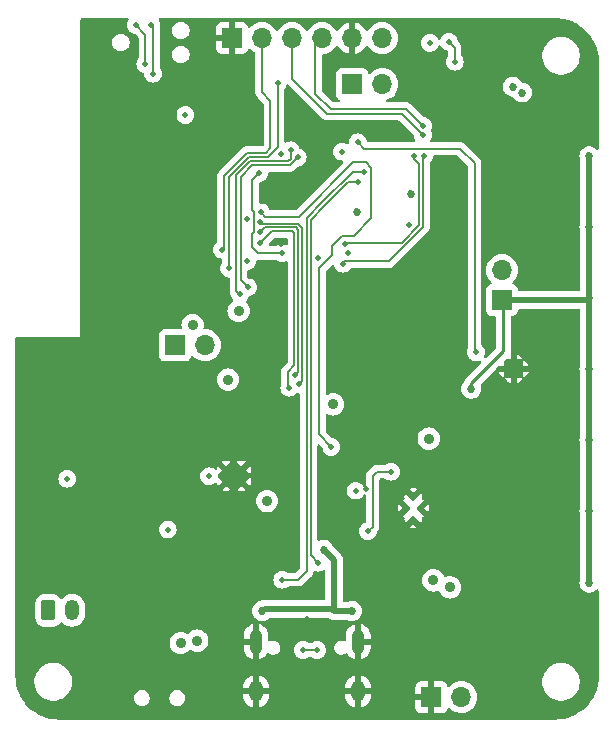
<source format=gbr>
%TF.GenerationSoftware,KiCad,Pcbnew,8.0.2*%
%TF.CreationDate,2024-05-26T21:52:28+02:00*%
%TF.ProjectId,Plant_Thing,506c616e-745f-4546-9869-6e672e6b6963,rev?*%
%TF.SameCoordinates,Original*%
%TF.FileFunction,Copper,L4,Bot*%
%TF.FilePolarity,Positive*%
%FSLAX46Y46*%
G04 Gerber Fmt 4.6, Leading zero omitted, Abs format (unit mm)*
G04 Created by KiCad (PCBNEW 8.0.2) date 2024-05-26 21:52:28*
%MOMM*%
%LPD*%
G01*
G04 APERTURE LIST*
G04 Aperture macros list*
%AMRoundRect*
0 Rectangle with rounded corners*
0 $1 Rounding radius*
0 $2 $3 $4 $5 $6 $7 $8 $9 X,Y pos of 4 corners*
0 Add a 4 corners polygon primitive as box body*
4,1,4,$2,$3,$4,$5,$6,$7,$8,$9,$2,$3,0*
0 Add four circle primitives for the rounded corners*
1,1,$1+$1,$2,$3*
1,1,$1+$1,$4,$5*
1,1,$1+$1,$6,$7*
1,1,$1+$1,$8,$9*
0 Add four rect primitives between the rounded corners*
20,1,$1+$1,$2,$3,$4,$5,0*
20,1,$1+$1,$4,$5,$6,$7,0*
20,1,$1+$1,$6,$7,$8,$9,0*
20,1,$1+$1,$8,$9,$2,$3,0*%
G04 Aperture macros list end*
%TA.AperFunction,HeatsinkPad*%
%ADD10C,0.600000*%
%TD*%
%TA.AperFunction,HeatsinkPad*%
%ADD11R,1.880000X1.570000*%
%TD*%
%TA.AperFunction,ComponentPad*%
%ADD12C,0.500000*%
%TD*%
%TA.AperFunction,ComponentPad*%
%ADD13R,1.700000X1.700000*%
%TD*%
%TA.AperFunction,ComponentPad*%
%ADD14O,1.700000X1.700000*%
%TD*%
%TA.AperFunction,ComponentPad*%
%ADD15R,0.500000X0.900000*%
%TD*%
%TA.AperFunction,ComponentPad*%
%ADD16O,1.100000X2.000000*%
%TD*%
%TA.AperFunction,ComponentPad*%
%ADD17O,1.200000X1.800000*%
%TD*%
%TA.AperFunction,ComponentPad*%
%ADD18RoundRect,0.250000X-0.350000X-0.625000X0.350000X-0.625000X0.350000X0.625000X-0.350000X0.625000X0*%
%TD*%
%TA.AperFunction,ComponentPad*%
%ADD19O,1.200000X1.750000*%
%TD*%
%TA.AperFunction,ViaPad*%
%ADD20C,0.500000*%
%TD*%
%TA.AperFunction,ViaPad*%
%ADD21C,0.889000*%
%TD*%
%TA.AperFunction,ViaPad*%
%ADD22C,0.685800*%
%TD*%
%TA.AperFunction,Conductor*%
%ADD23C,0.127000*%
%TD*%
%TA.AperFunction,Conductor*%
%ADD24C,0.508000*%
%TD*%
%TA.AperFunction,Conductor*%
%ADD25C,0.254000*%
%TD*%
G04 APERTURE END LIST*
D10*
%TO.P,U3,11,VSS*%
%TO.N,GND*%
X149440000Y-98565000D03*
X148160000Y-98565000D03*
D11*
X148800000Y-99050000D03*
D10*
X149440000Y-99535000D03*
X148160000Y-99535000D03*
%TD*%
D12*
%TO.P,U5,25,EPAD*%
%TO.N,GND*%
X172500000Y-90556776D03*
X173056776Y-90000000D03*
X171943224Y-90000000D03*
X172500000Y-89443224D03*
%TD*%
D13*
%TO.P,J8,1,Pin_1*%
%TO.N,GND*%
X165525000Y-117800000D03*
D14*
%TO.P,J8,2,Pin_2*%
%TO.N,VDD*%
X168065000Y-117800000D03*
%TD*%
D13*
%TO.P,J7,1,Pin_1*%
%TO.N,Net-(J7-Pin_1)*%
X143825000Y-88000000D03*
D14*
%TO.P,J7,2,Pin_2*%
%TO.N,/VDDH*%
X146365000Y-88000000D03*
%TD*%
D13*
%TO.P,J6,1,Pin_1*%
%TO.N,VDDA*%
X158825000Y-65900000D03*
D14*
%TO.P,J6,2,Pin_2*%
%TO.N,Net-(J3-Pin_6)*%
X161365000Y-65900000D03*
%TD*%
D13*
%TO.P,J3,1,Pin_1*%
%TO.N,GND*%
X148650000Y-62000000D03*
D14*
%TO.P,J3,2,Pin_2*%
%TO.N,P0.03_TDT_MEASURE*%
X151190000Y-62000000D03*
%TO.P,J3,3,Pin_3*%
%TO.N,P0.04_AIN2*%
X153730000Y-62000000D03*
%TO.P,J3,4,Pin_4*%
%TO.N,P0.05_AIN3*%
X156270000Y-62000000D03*
%TO.P,J3,5,Pin_5*%
%TO.N,GND*%
X158810000Y-62000000D03*
%TO.P,J3,6,Pin_6*%
%TO.N,Net-(J3-Pin_6)*%
X161350000Y-62000000D03*
%TD*%
D13*
%TO.P,J2,1,Pin_1*%
%TO.N,Net-(D1-A)*%
X171500000Y-84175000D03*
D14*
%TO.P,J2,2,Pin_2*%
%TO.N,+3.3V*%
X171500000Y-81635000D03*
%TD*%
D15*
%TO.P,AE1,2,Shield*%
%TO.N,GND*%
X136000000Y-68500000D03*
%TD*%
D12*
%TO.P,U6,11,PGND*%
%TO.N,GND*%
X164575000Y-101800000D03*
X164000000Y-102750000D03*
X164000000Y-100850000D03*
X163425000Y-101800000D03*
%TD*%
D16*
%TO.P,USB1,13,SHELL*%
%TO.N,GND*%
X150680000Y-113087500D03*
D17*
X150680000Y-117297500D03*
D16*
%TO.P,USB1,14,SHELL*%
X159320000Y-113087500D03*
D17*
X159320000Y-117297500D03*
%TD*%
D18*
%TO.P,BT1,1,+*%
%TO.N,+BATT*%
X133100000Y-110450000D03*
D19*
%TO.P,BT1,2,-*%
%TO.N,-BATT*%
X135100000Y-110450000D03*
%TD*%
D20*
%TO.N,GND*%
X156750000Y-117400000D03*
X169250000Y-113750000D03*
X159150000Y-108850000D03*
X176550000Y-67100000D03*
X173950000Y-113650000D03*
X132000000Y-113450000D03*
D21*
X134800000Y-101800000D03*
X136800000Y-102900000D03*
D20*
X165900000Y-83050000D03*
X136150000Y-61400000D03*
X173400000Y-97650000D03*
X136100000Y-86600000D03*
X137050000Y-99750000D03*
X142350000Y-97650000D03*
X157100000Y-88800000D03*
X170200000Y-71800000D03*
X138300000Y-96800000D03*
X142450000Y-118500000D03*
X138900000Y-87950000D03*
X169400000Y-107050000D03*
X163550000Y-113150000D03*
X146400000Y-106400000D03*
X136200000Y-74050000D03*
X161800000Y-89250000D03*
X151100000Y-90900000D03*
X142250000Y-99850000D03*
X163150000Y-70450000D03*
X154150000Y-76200000D03*
X157300000Y-64200000D03*
X147200000Y-92300000D03*
X144350000Y-69650000D03*
X149600000Y-86600000D03*
X146900000Y-64250000D03*
X162250000Y-104300000D03*
X153200000Y-117650000D03*
X136200000Y-69600000D03*
X152200000Y-84100000D03*
X136100000Y-66700000D03*
X138350000Y-71700000D03*
X161800000Y-117000000D03*
X146200000Y-69650000D03*
D22*
X164000000Y-104400000D03*
D20*
X136200000Y-82000000D03*
X136650000Y-116150000D03*
D22*
X134800000Y-104600000D03*
D20*
X152800000Y-104050000D03*
X166650000Y-73000000D03*
X157850000Y-70400000D03*
X159961500Y-100150000D03*
X152800000Y-79400000D03*
X174400000Y-71900000D03*
X133150000Y-95650000D03*
X136200000Y-79250000D03*
X140100000Y-69650000D03*
X166050000Y-75800000D03*
X139100000Y-83700000D03*
X173350000Y-77800000D03*
X146400000Y-71600000D03*
X152900000Y-83300000D03*
X136100000Y-64250000D03*
X136150000Y-76600000D03*
X140100000Y-71700000D03*
X142600000Y-79450000D03*
X151932699Y-73565431D03*
X142150000Y-71650000D03*
X145100000Y-89800000D03*
X136850000Y-91550000D03*
X133350000Y-90850000D03*
X155000000Y-75350000D03*
X175250000Y-110350000D03*
X173250000Y-103050000D03*
X148550000Y-71600000D03*
X166900000Y-68950000D03*
X142100000Y-69650000D03*
X173350000Y-107050000D03*
X142150000Y-94950000D03*
X165100000Y-91050000D03*
X174150000Y-81400000D03*
X152750000Y-71800000D03*
X167850000Y-79100000D03*
X139700000Y-65050000D03*
X170700000Y-68700000D03*
X163650000Y-96900000D03*
X137850000Y-108050000D03*
X138700000Y-100650000D03*
X146950000Y-78350000D03*
X162100000Y-82050000D03*
X138400000Y-69650000D03*
X151100000Y-108300000D03*
X131750000Y-97750000D03*
X160750000Y-92950000D03*
X138800000Y-113950000D03*
D22*
X164350000Y-99300000D03*
D20*
X168000000Y-87150000D03*
X141500000Y-110350000D03*
X170800000Y-101800000D03*
X172650000Y-61700000D03*
X144300000Y-71650000D03*
X136200000Y-84450000D03*
X136250000Y-71650000D03*
X173200000Y-117800000D03*
X145800000Y-62400000D03*
X178550000Y-113100000D03*
X155000000Y-111200000D03*
X148500000Y-69650000D03*
X151100000Y-70150000D03*
D21*
%TO.N,+BATT*%
X151600000Y-101200000D03*
D20*
X146700000Y-99100000D03*
X143200000Y-103600000D03*
X134700000Y-99300000D03*
%TO.N,VDD*%
X163650000Y-77800000D03*
X155900000Y-80600000D03*
X149950000Y-77350000D03*
D21*
X148300000Y-90900000D03*
D20*
X144700000Y-68500000D03*
X157950000Y-71600000D03*
D21*
X149200000Y-85100000D03*
D22*
%TO.N,VBUS*%
X158800000Y-110500000D03*
X151200000Y-110500000D03*
X156400000Y-105300000D03*
X163800000Y-75200000D03*
D21*
X157200000Y-93000000D03*
D20*
%TO.N,DEC4*%
X152850000Y-80200000D03*
X150950000Y-73450000D03*
D21*
%TO.N,VCC*%
X145300000Y-86300000D03*
D20*
X159100000Y-100300000D03*
D21*
X144300000Y-113200000D03*
X145700000Y-113000000D03*
X165300000Y-95900000D03*
D20*
%TO.N,/Power/VINA*%
X160150000Y-103750000D03*
X162100000Y-98700000D03*
D21*
%TO.N,+3.3V*%
X167100000Y-108500000D03*
X165700000Y-107900000D03*
D22*
%TO.N,VDDA*%
X173200000Y-66600000D03*
X172400000Y-66100000D03*
D20*
X165400000Y-62400000D03*
D22*
%TO.N,Net-(D1-A)*%
X178900000Y-84000000D03*
X178900000Y-90000000D03*
X178900000Y-102000000D03*
X168900000Y-91700000D03*
X178900000Y-72000000D03*
X178900000Y-96000000D03*
X178900000Y-108100000D03*
X178900000Y-78000000D03*
D20*
%TO.N,P0.06_EN_BATT_MEASURE*%
X158450000Y-80200000D03*
X149950000Y-80900000D03*
%TO.N,P0.18_RESET*%
X148400000Y-81500000D03*
X152500000Y-65800000D03*
%TO.N,SWDIO*%
X141300000Y-64200000D03*
X140500000Y-60900000D03*
%TO.N,SWDCLK*%
X141800000Y-60900000D03*
X141950000Y-65000000D03*
%TO.N,P0.03_TDT_MEASURE*%
X147800000Y-79900000D03*
%TO.N,P0.04_AIN2*%
X164900000Y-71950000D03*
X158050000Y-81100000D03*
X164800000Y-70200000D03*
D22*
%TO.N,/VDDH*%
X159200000Y-76700000D03*
D20*
%TO.N,P0.05_AIN3*%
X164800000Y-69400000D03*
X158200000Y-79400000D03*
X164050000Y-71950000D03*
%TO.N,P0.14_SCL*%
X167000000Y-62300000D03*
X167500000Y-64000000D03*
%TO.N,P0.29_SCLK*%
X151050000Y-77550000D03*
X154300000Y-91300000D03*
%TO.N,P0.30_SIN*%
X153960067Y-90560067D03*
X151050000Y-78400000D03*
%TO.N,P0.28_LAT*%
X153500000Y-91600000D03*
X151000000Y-79350000D03*
%TO.N,P0.20_BLANK*%
X169300000Y-88600000D03*
X159300000Y-70808578D03*
%TO.N,USB_DP*%
X159800000Y-73300000D03*
X155850000Y-113800000D03*
X154650000Y-113800000D03*
X152900000Y-107850000D03*
%TO.N,P0.16_CHG*%
X150000000Y-83100000D03*
X154200000Y-72100000D03*
%TO.N,P0.17_PG*%
X153600000Y-71500000D03*
X149300000Y-83700000D03*
%TO.N,USB_DN*%
X159350000Y-74200000D03*
X155900000Y-106400000D03*
%TO.N,P0.08_EN_DCDC*%
X151100000Y-76750000D03*
X157050000Y-96600000D03*
%TD*%
D23*
%TO.N,DEC4*%
X152850000Y-80200000D02*
X150850000Y-80200000D01*
X150850000Y-80200000D02*
X150350000Y-79700000D01*
X150506500Y-78443500D02*
X150506500Y-76706500D01*
X150350000Y-76550000D02*
X150350000Y-74050000D01*
X150350000Y-74050000D02*
X150950000Y-73450000D01*
X150350000Y-79700000D02*
X150350000Y-78600000D01*
X150506500Y-76706500D02*
X150350000Y-76550000D01*
X150350000Y-78600000D02*
X150506500Y-78443500D01*
%TO.N,P0.20_BLANK*%
X169200000Y-72600000D02*
X169200000Y-88500000D01*
X159852922Y-71361500D02*
X167961500Y-71361500D01*
X159300000Y-70808578D02*
X159852922Y-71361500D01*
X167961500Y-71361500D02*
X169200000Y-72600000D01*
X169200000Y-88500000D02*
X169300000Y-88600000D01*
%TO.N,P0.29_SCLK*%
X154573000Y-78073000D02*
X154200000Y-77700000D01*
X154300000Y-91300000D02*
X154573000Y-91027000D01*
X154573000Y-91027000D02*
X154573000Y-78073000D01*
X154200000Y-77700000D02*
X151200000Y-77700000D01*
X151200000Y-77700000D02*
X151050000Y-77550000D01*
%TO.N,P0.28_LAT*%
X151000000Y-79350000D02*
X151996000Y-78354000D01*
X151996000Y-78354000D02*
X153754000Y-78354000D01*
X153754000Y-78354000D02*
X153919000Y-78519000D01*
X153919000Y-78519000D02*
X153919000Y-89681000D01*
X153919000Y-89681000D02*
X153350000Y-90250000D01*
X153350000Y-90250000D02*
X153350000Y-91450000D01*
X153350000Y-91450000D02*
X153500000Y-91600000D01*
%TO.N,P0.30_SIN*%
X154246000Y-78208448D02*
X154246000Y-90274134D01*
X151050000Y-78400000D02*
X151423000Y-78027000D01*
X151423000Y-78027000D02*
X154064552Y-78027000D01*
X154064552Y-78027000D02*
X154246000Y-78208448D01*
X154246000Y-90274134D02*
X153960067Y-90560067D01*
%TO.N,P0.08_EN_DCDC*%
X158950000Y-78750000D02*
X157950000Y-78750000D01*
X160450000Y-72950000D02*
X160450000Y-77250000D01*
X156000000Y-81500000D02*
X156000000Y-95550000D01*
X160000000Y-72500000D02*
X160450000Y-72950000D01*
X157100000Y-80400000D02*
X156000000Y-81500000D01*
X158900000Y-72500000D02*
X160000000Y-72500000D01*
X157100000Y-79600000D02*
X157100000Y-80400000D01*
X151450000Y-77100000D02*
X154300000Y-77100000D01*
X151100000Y-76750000D02*
X151450000Y-77100000D01*
X154300000Y-77100000D02*
X158900000Y-72500000D01*
X160450000Y-77250000D02*
X158950000Y-78750000D01*
X157950000Y-78750000D02*
X157100000Y-79600000D01*
X156000000Y-95550000D02*
X157050000Y-96600000D01*
%TO.N,P0.05_AIN3*%
X164050000Y-72250000D02*
X164473000Y-72673000D01*
X158300000Y-79300000D02*
X158200000Y-79400000D01*
X164050000Y-71950000D02*
X164050000Y-72250000D01*
X164473000Y-72673000D02*
X164473000Y-77827000D01*
X164473000Y-77827000D02*
X163000000Y-79300000D01*
X163000000Y-79300000D02*
X158300000Y-79300000D01*
%TO.N,P0.04_AIN2*%
X164900000Y-71950000D02*
X164800000Y-72050000D01*
X164800000Y-72050000D02*
X164800000Y-78000000D01*
X164800000Y-78000000D02*
X161900000Y-80900000D01*
X161900000Y-80900000D02*
X158250000Y-80900000D01*
X158250000Y-80900000D02*
X158050000Y-81100000D01*
D24*
%TO.N,VBUS*%
X157300000Y-106200000D02*
X156400000Y-105300000D01*
X151400000Y-110300000D02*
X157100000Y-110300000D01*
X157100000Y-110300000D02*
X157300000Y-110500000D01*
X151200000Y-110500000D02*
X151400000Y-110300000D01*
X157300000Y-110500000D02*
X157300000Y-106200000D01*
X157300000Y-110500000D02*
X158800000Y-110500000D01*
D23*
%TO.N,/Power/VINA*%
X160150000Y-103750000D02*
X160550000Y-103350000D01*
X160900000Y-98700000D02*
X162100000Y-98700000D01*
X160550000Y-103350000D02*
X160550000Y-99050000D01*
X160550000Y-99050000D02*
X160900000Y-98700000D01*
D24*
%TO.N,Net-(D1-A)*%
X178900000Y-84000000D02*
X178900000Y-90000000D01*
X178900000Y-90000000D02*
X178900000Y-96000000D01*
X178900000Y-102000000D02*
X178900000Y-96000000D01*
X178900000Y-108100000D02*
X178900000Y-102000000D01*
D25*
X171600000Y-84275000D02*
X171500000Y-84175000D01*
X168900000Y-91200000D02*
X171600000Y-88500000D01*
D24*
X171500000Y-84175000D02*
X178725000Y-84175000D01*
X178725000Y-84175000D02*
X178900000Y-84000000D01*
D25*
X171600000Y-88500000D02*
X171600000Y-84275000D01*
X168900000Y-91700000D02*
X168900000Y-91200000D01*
D24*
X178900000Y-84000000D02*
X178900000Y-78000000D01*
X178900000Y-78000000D02*
X178900000Y-72000000D01*
D23*
%TO.N,P0.18_RESET*%
X151650000Y-72050000D02*
X152500000Y-71200000D01*
X148400000Y-81500000D02*
X148400000Y-73737552D01*
X152500000Y-71200000D02*
X152500000Y-65800000D01*
X148400000Y-73737552D02*
X150087552Y-72050000D01*
X150087552Y-72050000D02*
X151650000Y-72050000D01*
%TO.N,SWDIO*%
X141300000Y-61700000D02*
X140500000Y-60900000D01*
X141300000Y-64200000D02*
X141300000Y-61700000D01*
%TO.N,SWDCLK*%
X141950000Y-61050000D02*
X141800000Y-60900000D01*
X141950000Y-65000000D02*
X141950000Y-61050000D01*
%TO.N,P0.03_TDT_MEASURE*%
X147800000Y-79900000D02*
X147961500Y-79738500D01*
X147961500Y-79738500D02*
X147961500Y-73638500D01*
X151900000Y-71300000D02*
X151900000Y-67300000D01*
X151900000Y-67300000D02*
X151190000Y-66590000D01*
X149900000Y-71700000D02*
X151500000Y-71700000D01*
X151190000Y-66590000D02*
X151190000Y-62000000D01*
X151500000Y-71700000D02*
X151900000Y-71300000D01*
X147961500Y-73638500D02*
X149900000Y-71700000D01*
%TO.N,P0.04_AIN2*%
X164800000Y-70200000D02*
X163000000Y-68400000D01*
X163000000Y-68400000D02*
X156700000Y-68400000D01*
X156700000Y-68400000D02*
X153730000Y-65430000D01*
X153730000Y-65430000D02*
X153730000Y-62000000D01*
%TO.N,P0.05_AIN3*%
X163400000Y-68000000D02*
X157000000Y-68000000D01*
X164800000Y-69400000D02*
X163400000Y-68000000D01*
X155700000Y-66700000D02*
X155700000Y-62570000D01*
X157000000Y-68000000D02*
X155700000Y-66700000D01*
X155700000Y-62570000D02*
X156270000Y-62000000D01*
%TO.N,P0.14_SCL*%
X167500000Y-64000000D02*
X167500000Y-62800000D01*
X167500000Y-62800000D02*
X167000000Y-62300000D01*
%TO.N,USB_DP*%
X154950000Y-107150000D02*
X154250000Y-107850000D01*
X158850000Y-73300000D02*
X156300000Y-75850000D01*
X155850000Y-113800000D02*
X154650000Y-113800000D01*
X154950000Y-78650000D02*
X154950000Y-107150000D01*
X159800000Y-73300000D02*
X158850000Y-73300000D01*
X154250000Y-107850000D02*
X152900000Y-107850000D01*
X154950000Y-77200000D02*
X154950000Y-78650000D01*
X156300000Y-75850000D02*
X154950000Y-77200000D01*
%TO.N,P0.16_CHG*%
X150350000Y-72750000D02*
X153550000Y-72750000D01*
X149361500Y-82461500D02*
X149361500Y-73738500D01*
X150000000Y-83100000D02*
X149361500Y-82461500D01*
X153550000Y-72750000D02*
X154200000Y-72100000D01*
X149361500Y-73738500D02*
X150350000Y-72750000D01*
%TO.N,P0.17_PG*%
X149300000Y-83700000D02*
X149000000Y-83400000D01*
X153600000Y-72200000D02*
X153600000Y-71500000D01*
X149000000Y-83400000D02*
X149000000Y-73600000D01*
X150200000Y-72400000D02*
X153400000Y-72400000D01*
X153400000Y-72400000D02*
X153600000Y-72200000D01*
X149000000Y-73600000D02*
X150200000Y-72400000D01*
%TO.N,USB_DN*%
X158500000Y-74200000D02*
X156450000Y-76250000D01*
X155300000Y-77400000D02*
X155300000Y-78400000D01*
X159350000Y-74200000D02*
X158500000Y-74200000D01*
X155300000Y-78400000D02*
X155300000Y-105800000D01*
X156450000Y-76250000D02*
X155300000Y-77400000D01*
X155300000Y-105800000D02*
X155900000Y-106400000D01*
%TD*%
%TA.AperFunction,Conductor*%
%TO.N,GND*%
G36*
X139833012Y-60320185D02*
G01*
X139878767Y-60372989D01*
X139888711Y-60442147D01*
X139870966Y-60490473D01*
X139819545Y-60572306D01*
X139763685Y-60731943D01*
X139744751Y-60899997D01*
X139744751Y-60900002D01*
X139763685Y-61068056D01*
X139819545Y-61227694D01*
X139819547Y-61227697D01*
X139909518Y-61370884D01*
X139909523Y-61370890D01*
X140029109Y-61490476D01*
X140029115Y-61490481D01*
X140172302Y-61580452D01*
X140172305Y-61580454D01*
X140172309Y-61580455D01*
X140172310Y-61580456D01*
X140331941Y-61636313D01*
X140331944Y-61636314D01*
X140409136Y-61645011D01*
X140473550Y-61672077D01*
X140482934Y-61680550D01*
X140699681Y-61897297D01*
X140733166Y-61958620D01*
X140736000Y-61984978D01*
X140736000Y-63652519D01*
X140716315Y-63719558D01*
X140709924Y-63728469D01*
X140619547Y-63872302D01*
X140619545Y-63872305D01*
X140563685Y-64031943D01*
X140544751Y-64199997D01*
X140544751Y-64200002D01*
X140563685Y-64368056D01*
X140619545Y-64527694D01*
X140619547Y-64527697D01*
X140709518Y-64670884D01*
X140709523Y-64670890D01*
X140829109Y-64790476D01*
X140829115Y-64790481D01*
X140972302Y-64880452D01*
X140972308Y-64880455D01*
X140972310Y-64880456D01*
X141116315Y-64930845D01*
X141173091Y-64971567D01*
X141198581Y-65034003D01*
X141213685Y-65168055D01*
X141269545Y-65327694D01*
X141269547Y-65327697D01*
X141359518Y-65470884D01*
X141359523Y-65470890D01*
X141479109Y-65590476D01*
X141479115Y-65590481D01*
X141622302Y-65680452D01*
X141622305Y-65680454D01*
X141622309Y-65680455D01*
X141622310Y-65680456D01*
X141694913Y-65705860D01*
X141781943Y-65736314D01*
X141949997Y-65755249D01*
X141950000Y-65755249D01*
X141950003Y-65755249D01*
X142118056Y-65736314D01*
X142118059Y-65736313D01*
X142277690Y-65680456D01*
X142277692Y-65680454D01*
X142277694Y-65680454D01*
X142277697Y-65680452D01*
X142420884Y-65590481D01*
X142420885Y-65590480D01*
X142420890Y-65590477D01*
X142540477Y-65470890D01*
X142540481Y-65470884D01*
X142630452Y-65327697D01*
X142630454Y-65327694D01*
X142630454Y-65327692D01*
X142630456Y-65327690D01*
X142686313Y-65168059D01*
X142686313Y-65168058D01*
X142686314Y-65168056D01*
X142705249Y-65000002D01*
X142705249Y-64999997D01*
X142686314Y-64831943D01*
X142637505Y-64692455D01*
X142630456Y-64672310D01*
X142630455Y-64672309D01*
X142630454Y-64672305D01*
X142630452Y-64672302D01*
X142536773Y-64523214D01*
X142538027Y-64522425D01*
X142514644Y-64465138D01*
X142514000Y-64452519D01*
X142514000Y-63307540D01*
X143564200Y-63307540D01*
X143564200Y-63454459D01*
X143592858Y-63598534D01*
X143592861Y-63598544D01*
X143649078Y-63734266D01*
X143649083Y-63734275D01*
X143730698Y-63856419D01*
X143730701Y-63856423D01*
X143834576Y-63960298D01*
X143834580Y-63960301D01*
X143956724Y-64041916D01*
X143956730Y-64041919D01*
X143956731Y-64041920D01*
X144092458Y-64098140D01*
X144236540Y-64126799D01*
X144236544Y-64126800D01*
X144236545Y-64126800D01*
X144383456Y-64126800D01*
X144383457Y-64126799D01*
X144527542Y-64098140D01*
X144663269Y-64041920D01*
X144785420Y-63960301D01*
X144889301Y-63856420D01*
X144970920Y-63734269D01*
X145027140Y-63598542D01*
X145055800Y-63454455D01*
X145055800Y-63307545D01*
X145027140Y-63163458D01*
X144970920Y-63027731D01*
X144970919Y-63027730D01*
X144970916Y-63027724D01*
X144889301Y-62905580D01*
X144889298Y-62905576D01*
X144785423Y-62801701D01*
X144785419Y-62801698D01*
X144663275Y-62720083D01*
X144663266Y-62720078D01*
X144552611Y-62674244D01*
X144527542Y-62663860D01*
X144527538Y-62663859D01*
X144527534Y-62663858D01*
X144383459Y-62635200D01*
X144383455Y-62635200D01*
X144236545Y-62635200D01*
X144236540Y-62635200D01*
X144092465Y-62663858D01*
X144092455Y-62663861D01*
X143956733Y-62720078D01*
X143956724Y-62720083D01*
X143834580Y-62801698D01*
X143834576Y-62801701D01*
X143730701Y-62905576D01*
X143730698Y-62905580D01*
X143649083Y-63027724D01*
X143649078Y-63027733D01*
X143592861Y-63163455D01*
X143592858Y-63163465D01*
X143564200Y-63307540D01*
X142514000Y-63307540D01*
X142514000Y-61275540D01*
X143564200Y-61275540D01*
X143564200Y-61422459D01*
X143592858Y-61566534D01*
X143592861Y-61566544D01*
X143649078Y-61702266D01*
X143649083Y-61702275D01*
X143730698Y-61824419D01*
X143730701Y-61824423D01*
X143834576Y-61928298D01*
X143834580Y-61928301D01*
X143956724Y-62009916D01*
X143956730Y-62009919D01*
X143956731Y-62009920D01*
X144092458Y-62066140D01*
X144235937Y-62094679D01*
X144236540Y-62094799D01*
X144236544Y-62094800D01*
X144236545Y-62094800D01*
X144383456Y-62094800D01*
X144383457Y-62094799D01*
X144527542Y-62066140D01*
X144663269Y-62009920D01*
X144785420Y-61928301D01*
X144889301Y-61824420D01*
X144970920Y-61702269D01*
X145027140Y-61566542D01*
X145055800Y-61422455D01*
X145055800Y-61275545D01*
X145027140Y-61131458D01*
X144970920Y-60995731D01*
X144970919Y-60995730D01*
X144970916Y-60995724D01*
X144889301Y-60873580D01*
X144889298Y-60873576D01*
X144785423Y-60769701D01*
X144785419Y-60769698D01*
X144663275Y-60688083D01*
X144663266Y-60688078D01*
X144527544Y-60631861D01*
X144527545Y-60631861D01*
X144527542Y-60631860D01*
X144527538Y-60631859D01*
X144527534Y-60631858D01*
X144383459Y-60603200D01*
X144383455Y-60603200D01*
X144236545Y-60603200D01*
X144236540Y-60603200D01*
X144092465Y-60631858D01*
X144092455Y-60631861D01*
X143956733Y-60688078D01*
X143956724Y-60688083D01*
X143834580Y-60769698D01*
X143834576Y-60769701D01*
X143730701Y-60873576D01*
X143730698Y-60873580D01*
X143649083Y-60995724D01*
X143649078Y-60995733D01*
X143592861Y-61131455D01*
X143592858Y-61131465D01*
X143564200Y-61275540D01*
X142514000Y-61275540D01*
X142514000Y-61152895D01*
X142520958Y-61111942D01*
X142536314Y-61068055D01*
X142555249Y-60900002D01*
X142555249Y-60899997D01*
X142536314Y-60731943D01*
X142509881Y-60656403D01*
X142480456Y-60572310D01*
X142480454Y-60572307D01*
X142480454Y-60572306D01*
X142429034Y-60490473D01*
X142410033Y-60423236D01*
X142430400Y-60356401D01*
X142483668Y-60311187D01*
X142534027Y-60300500D01*
X175952405Y-60300500D01*
X175996949Y-60300500D01*
X176003032Y-60300648D01*
X176356532Y-60318015D01*
X176368640Y-60319208D01*
X176477576Y-60335367D01*
X176715717Y-60370692D01*
X176727635Y-60373062D01*
X177068008Y-60458321D01*
X177079646Y-60461852D01*
X177409996Y-60580054D01*
X177421237Y-60584710D01*
X177639793Y-60688078D01*
X177738433Y-60734731D01*
X177749150Y-60740459D01*
X178050102Y-60920843D01*
X178060217Y-60927601D01*
X178331231Y-61128599D01*
X178342049Y-61136622D01*
X178351455Y-61144342D01*
X178611436Y-61379974D01*
X178620025Y-61388563D01*
X178761585Y-61544751D01*
X178855657Y-61648544D01*
X178863377Y-61657950D01*
X179072396Y-61939779D01*
X179079156Y-61949897D01*
X179092585Y-61972302D01*
X179242015Y-62221611D01*
X179259533Y-62250837D01*
X179265270Y-62261570D01*
X179415289Y-62578762D01*
X179419945Y-62590003D01*
X179538147Y-62920353D01*
X179541680Y-62931998D01*
X179626934Y-63272351D01*
X179629308Y-63284287D01*
X179680791Y-63631359D01*
X179681984Y-63643468D01*
X179699351Y-63996966D01*
X179699500Y-64003051D01*
X179699500Y-71304460D01*
X179679815Y-71371499D01*
X179627011Y-71417254D01*
X179557853Y-71427198D01*
X179494297Y-71398173D01*
X179483350Y-71387433D01*
X179467453Y-71369778D01*
X179370162Y-71299093D01*
X179324023Y-71265571D01*
X179324021Y-71265570D01*
X179324022Y-71265570D01*
X179162066Y-71193461D01*
X179162058Y-71193459D01*
X178988645Y-71156600D01*
X178811355Y-71156600D01*
X178637941Y-71193459D01*
X178637933Y-71193461D01*
X178475978Y-71265570D01*
X178332543Y-71369780D01*
X178213915Y-71501532D01*
X178125272Y-71655065D01*
X178125271Y-71655066D01*
X178070487Y-71823677D01*
X178070486Y-71823679D01*
X178051954Y-72000000D01*
X178070486Y-72176320D01*
X178070487Y-72176322D01*
X178125270Y-72344929D01*
X178128886Y-72351192D01*
X178145500Y-72413194D01*
X178145500Y-77586804D01*
X178128889Y-77648801D01*
X178125272Y-77655066D01*
X178125271Y-77655066D01*
X178070487Y-77823677D01*
X178070486Y-77823679D01*
X178051954Y-78000000D01*
X178070486Y-78176320D01*
X178070487Y-78176322D01*
X178120587Y-78330517D01*
X178125271Y-78344931D01*
X178126064Y-78346304D01*
X178128886Y-78351192D01*
X178145500Y-78413194D01*
X178145500Y-83296500D01*
X178125815Y-83363539D01*
X178073011Y-83409294D01*
X178021500Y-83420500D01*
X172974499Y-83420500D01*
X172907460Y-83400815D01*
X172861705Y-83348011D01*
X172850499Y-83296500D01*
X172850499Y-83277129D01*
X172850498Y-83277123D01*
X172850497Y-83277116D01*
X172844091Y-83217517D01*
X172793796Y-83082669D01*
X172793795Y-83082668D01*
X172793793Y-83082664D01*
X172707547Y-82967455D01*
X172707544Y-82967452D01*
X172592335Y-82881206D01*
X172592328Y-82881202D01*
X172460917Y-82832189D01*
X172404983Y-82790318D01*
X172380566Y-82724853D01*
X172395418Y-82656580D01*
X172416563Y-82628332D01*
X172538495Y-82506401D01*
X172674035Y-82312830D01*
X172773903Y-82098663D01*
X172835063Y-81870408D01*
X172855659Y-81635000D01*
X172835063Y-81399592D01*
X172773903Y-81171337D01*
X172674035Y-80957171D01*
X172672690Y-80955249D01*
X172538494Y-80763597D01*
X172371402Y-80596506D01*
X172371395Y-80596501D01*
X172177834Y-80460967D01*
X172177830Y-80460965D01*
X172167573Y-80456182D01*
X171963663Y-80361097D01*
X171963659Y-80361096D01*
X171963655Y-80361094D01*
X171735413Y-80299938D01*
X171735403Y-80299936D01*
X171500001Y-80279341D01*
X171499999Y-80279341D01*
X171264596Y-80299936D01*
X171264586Y-80299938D01*
X171036344Y-80361094D01*
X171036335Y-80361098D01*
X170822171Y-80460964D01*
X170822169Y-80460965D01*
X170628597Y-80596505D01*
X170461505Y-80763597D01*
X170325965Y-80957169D01*
X170325964Y-80957171D01*
X170226098Y-81171335D01*
X170226094Y-81171344D01*
X170164938Y-81399586D01*
X170164936Y-81399596D01*
X170144341Y-81634999D01*
X170144341Y-81635000D01*
X170164936Y-81870403D01*
X170164938Y-81870413D01*
X170226094Y-82098655D01*
X170226096Y-82098659D01*
X170226097Y-82098663D01*
X170325965Y-82312830D01*
X170325967Y-82312834D01*
X170400687Y-82419544D01*
X170461501Y-82506396D01*
X170461506Y-82506402D01*
X170583430Y-82628326D01*
X170616915Y-82689649D01*
X170611931Y-82759341D01*
X170570059Y-82815274D01*
X170539083Y-82832189D01*
X170407669Y-82881203D01*
X170407664Y-82881206D01*
X170292455Y-82967452D01*
X170292452Y-82967455D01*
X170206206Y-83082664D01*
X170206202Y-83082671D01*
X170155908Y-83217517D01*
X170150475Y-83268056D01*
X170149501Y-83277123D01*
X170149500Y-83277135D01*
X170149500Y-85072870D01*
X170149501Y-85072876D01*
X170155908Y-85132483D01*
X170206202Y-85267328D01*
X170206206Y-85267335D01*
X170292452Y-85382544D01*
X170292455Y-85382547D01*
X170407664Y-85468793D01*
X170407671Y-85468797D01*
X170452618Y-85485561D01*
X170542517Y-85519091D01*
X170602127Y-85525500D01*
X170848501Y-85525499D01*
X170915539Y-85545183D01*
X170961294Y-85597987D01*
X170972500Y-85649499D01*
X170972500Y-88188719D01*
X170952815Y-88255758D01*
X170936181Y-88276400D01*
X170200747Y-89011833D01*
X170139424Y-89045318D01*
X170069732Y-89040334D01*
X170013799Y-88998462D01*
X169989382Y-88932998D01*
X169996025Y-88883197D01*
X170036313Y-88768061D01*
X170036313Y-88768059D01*
X170055249Y-88600002D01*
X170055249Y-88599997D01*
X170036314Y-88431943D01*
X169980454Y-88272305D01*
X169980452Y-88272302D01*
X169890481Y-88129115D01*
X169890479Y-88129113D01*
X169890478Y-88129112D01*
X169890477Y-88129110D01*
X169800318Y-88038951D01*
X169766834Y-87977627D01*
X169764000Y-87951270D01*
X169764000Y-72525749D01*
X169763999Y-72525743D01*
X169756831Y-72498991D01*
X169754230Y-72489283D01*
X169725565Y-72382303D01*
X169692049Y-72324253D01*
X169659972Y-72268693D01*
X169651314Y-72253697D01*
X169541973Y-72144356D01*
X169541962Y-72144346D01*
X168419883Y-71022267D01*
X168419881Y-71022264D01*
X168307806Y-70910189D01*
X168307804Y-70910187D01*
X168222065Y-70860685D01*
X168179198Y-70835936D01*
X168179197Y-70835935D01*
X168148609Y-70827739D01*
X168118023Y-70819544D01*
X168118022Y-70819543D01*
X168057796Y-70803406D01*
X168035753Y-70797500D01*
X168035752Y-70797500D01*
X165535284Y-70797500D01*
X165468245Y-70777815D01*
X165422490Y-70725011D01*
X165412546Y-70655853D01*
X165430291Y-70607527D01*
X165480454Y-70527693D01*
X165480453Y-70527693D01*
X165480456Y-70527690D01*
X165536313Y-70368059D01*
X165536313Y-70368058D01*
X165536314Y-70368056D01*
X165555249Y-70200002D01*
X165555249Y-70199997D01*
X165536313Y-70031942D01*
X165480457Y-69872312D01*
X165480456Y-69872310D01*
X165476475Y-69865975D01*
X165457472Y-69798742D01*
X165476475Y-69734024D01*
X165480456Y-69727690D01*
X165536313Y-69568059D01*
X165555249Y-69400000D01*
X165555249Y-69399997D01*
X165536314Y-69231943D01*
X165486813Y-69090477D01*
X165480456Y-69072310D01*
X165480455Y-69072309D01*
X165480454Y-69072305D01*
X165480452Y-69072302D01*
X165390481Y-68929115D01*
X165390476Y-68929109D01*
X165270890Y-68809523D01*
X165270884Y-68809518D01*
X165127697Y-68719547D01*
X165127692Y-68719544D01*
X165047874Y-68691615D01*
X164968059Y-68663687D01*
X164931086Y-68659520D01*
X164890861Y-68654988D01*
X164826447Y-68627920D01*
X164817065Y-68619449D01*
X163858383Y-67660767D01*
X163858381Y-67660764D01*
X163746306Y-67548689D01*
X163746304Y-67548687D01*
X163617696Y-67474435D01*
X163501870Y-67443400D01*
X163501868Y-67443399D01*
X163474254Y-67436000D01*
X163474253Y-67436000D01*
X163474252Y-67436000D01*
X161792377Y-67436000D01*
X161725338Y-67416315D01*
X161679583Y-67363511D01*
X161669639Y-67294353D01*
X161698664Y-67230797D01*
X161757442Y-67193023D01*
X161760284Y-67192225D01*
X161792069Y-67183708D01*
X161828663Y-67173903D01*
X162042830Y-67074035D01*
X162236401Y-66938495D01*
X162403495Y-66771401D01*
X162539035Y-66577830D01*
X162638903Y-66363663D01*
X162700063Y-66135408D01*
X162703161Y-66100000D01*
X171551954Y-66100000D01*
X171570486Y-66276320D01*
X171570487Y-66276322D01*
X171625271Y-66444933D01*
X171625272Y-66444934D01*
X171637656Y-66466383D01*
X171713916Y-66598469D01*
X171715295Y-66600000D01*
X171832543Y-66730219D01*
X171832546Y-66730221D01*
X171975977Y-66834429D01*
X172137933Y-66906538D01*
X172137936Y-66906538D01*
X172137939Y-66906540D01*
X172311355Y-66943400D01*
X172352795Y-66943400D01*
X172419834Y-66963085D01*
X172460182Y-67005400D01*
X172513915Y-67098467D01*
X172513914Y-67098467D01*
X172632543Y-67230219D01*
X172660456Y-67250499D01*
X172775977Y-67334429D01*
X172937933Y-67406538D01*
X172937936Y-67406538D01*
X172937939Y-67406540D01*
X173111355Y-67443400D01*
X173288645Y-67443400D01*
X173462061Y-67406540D01*
X173462064Y-67406538D01*
X173462066Y-67406538D01*
X173494869Y-67391932D01*
X173624023Y-67334429D01*
X173767454Y-67230221D01*
X173886084Y-67098469D01*
X173974729Y-66944931D01*
X174029514Y-66776319D01*
X174048046Y-66600000D01*
X174029514Y-66423681D01*
X173974729Y-66255069D01*
X173974728Y-66255068D01*
X173974728Y-66255066D01*
X173974727Y-66255065D01*
X173943798Y-66201495D01*
X173886084Y-66101531D01*
X173829226Y-66038384D01*
X173767456Y-65969780D01*
X173669160Y-65898365D01*
X173624023Y-65865571D01*
X173624021Y-65865570D01*
X173624022Y-65865570D01*
X173462066Y-65793461D01*
X173462058Y-65793459D01*
X173288645Y-65756600D01*
X173247205Y-65756600D01*
X173180166Y-65736915D01*
X173139818Y-65694600D01*
X173103641Y-65631941D01*
X173086084Y-65601531D01*
X173076130Y-65590476D01*
X172967456Y-65469780D01*
X172895738Y-65417675D01*
X172824023Y-65365571D01*
X172824021Y-65365570D01*
X172824022Y-65365570D01*
X172662066Y-65293461D01*
X172662058Y-65293459D01*
X172488645Y-65256600D01*
X172311355Y-65256600D01*
X172137941Y-65293459D01*
X172137933Y-65293461D01*
X171975978Y-65365570D01*
X171832543Y-65469780D01*
X171713915Y-65601532D01*
X171625272Y-65755065D01*
X171625271Y-65755066D01*
X171570487Y-65923677D01*
X171570486Y-65923679D01*
X171551954Y-66100000D01*
X162703161Y-66100000D01*
X162720659Y-65900000D01*
X162700063Y-65664592D01*
X162638903Y-65436337D01*
X162539035Y-65222171D01*
X162530176Y-65209518D01*
X162403494Y-65028597D01*
X162236402Y-64861506D01*
X162236395Y-64861501D01*
X162042834Y-64725967D01*
X162042830Y-64725965D01*
X162031739Y-64720793D01*
X161828663Y-64626097D01*
X161828659Y-64626096D01*
X161828655Y-64626094D01*
X161600413Y-64564938D01*
X161600403Y-64564936D01*
X161365001Y-64544341D01*
X161364999Y-64544341D01*
X161129596Y-64564936D01*
X161129586Y-64564938D01*
X160901344Y-64626094D01*
X160901335Y-64626098D01*
X160687171Y-64725964D01*
X160687169Y-64725965D01*
X160493600Y-64861503D01*
X160371673Y-64983430D01*
X160310350Y-65016914D01*
X160240658Y-65011930D01*
X160184725Y-64970058D01*
X160167810Y-64939081D01*
X160118797Y-64807671D01*
X160118793Y-64807664D01*
X160032547Y-64692455D01*
X160032544Y-64692452D01*
X159917335Y-64606206D01*
X159917328Y-64606202D01*
X159782482Y-64555908D01*
X159782483Y-64555908D01*
X159722883Y-64549501D01*
X159722881Y-64549500D01*
X159722873Y-64549500D01*
X159722864Y-64549500D01*
X157927129Y-64549500D01*
X157927123Y-64549501D01*
X157867516Y-64555908D01*
X157732671Y-64606202D01*
X157732664Y-64606206D01*
X157617455Y-64692452D01*
X157617452Y-64692455D01*
X157531206Y-64807664D01*
X157531202Y-64807671D01*
X157480908Y-64942517D01*
X157474501Y-65002116D01*
X157474500Y-65002135D01*
X157474500Y-66797870D01*
X157474501Y-66797876D01*
X157480908Y-66857483D01*
X157531202Y-66992328D01*
X157531206Y-66992335D01*
X157617452Y-67107544D01*
X157617455Y-67107547D01*
X157732664Y-67193793D01*
X157732671Y-67193797D01*
X157738089Y-67195818D01*
X157794023Y-67237689D01*
X157818440Y-67303154D01*
X157803588Y-67371427D01*
X157754183Y-67420832D01*
X157694756Y-67436000D01*
X157284979Y-67436000D01*
X157217940Y-67416315D01*
X157197298Y-67399681D01*
X156300319Y-66502702D01*
X156266834Y-66441379D01*
X156264000Y-66415021D01*
X156264000Y-63469808D01*
X156283685Y-63402769D01*
X156336489Y-63357014D01*
X156377189Y-63346280D01*
X156505408Y-63335063D01*
X156733663Y-63273903D01*
X156947830Y-63174035D01*
X157141401Y-63038495D01*
X157308495Y-62871401D01*
X157438730Y-62685405D01*
X157493307Y-62641781D01*
X157562805Y-62634587D01*
X157625160Y-62666110D01*
X157641879Y-62685405D01*
X157771890Y-62871078D01*
X157938917Y-63038105D01*
X158132421Y-63173600D01*
X158346507Y-63273429D01*
X158346516Y-63273433D01*
X158560000Y-63330634D01*
X158560000Y-62433012D01*
X158617007Y-62465925D01*
X158744174Y-62500000D01*
X158875826Y-62500000D01*
X159002993Y-62465925D01*
X159060000Y-62433012D01*
X159060000Y-63330633D01*
X159273483Y-63273433D01*
X159273492Y-63273429D01*
X159487578Y-63173600D01*
X159681082Y-63038105D01*
X159848105Y-62871082D01*
X159978119Y-62685405D01*
X160032696Y-62641781D01*
X160102195Y-62634588D01*
X160164549Y-62666110D01*
X160181269Y-62685405D01*
X160311505Y-62871401D01*
X160478599Y-63038495D01*
X160540932Y-63082141D01*
X160672165Y-63174032D01*
X160672167Y-63174033D01*
X160672170Y-63174035D01*
X160886337Y-63273903D01*
X161114592Y-63335063D01*
X161285319Y-63350000D01*
X161349999Y-63355659D01*
X161350000Y-63355659D01*
X161350001Y-63355659D01*
X161414681Y-63350000D01*
X161585408Y-63335063D01*
X161813663Y-63273903D01*
X162027830Y-63174035D01*
X162221401Y-63038495D01*
X162388495Y-62871401D01*
X162524035Y-62677830D01*
X162623903Y-62463663D01*
X162640962Y-62399997D01*
X164644751Y-62399997D01*
X164644751Y-62400002D01*
X164663685Y-62568056D01*
X164719545Y-62727694D01*
X164719547Y-62727697D01*
X164809518Y-62870884D01*
X164809523Y-62870890D01*
X164929109Y-62990476D01*
X164929115Y-62990481D01*
X165072302Y-63080452D01*
X165072305Y-63080454D01*
X165072309Y-63080455D01*
X165072310Y-63080456D01*
X165105547Y-63092086D01*
X165231943Y-63136314D01*
X165399997Y-63155249D01*
X165400000Y-63155249D01*
X165400003Y-63155249D01*
X165568056Y-63136314D01*
X165613890Y-63120276D01*
X165727690Y-63080456D01*
X165727692Y-63080454D01*
X165727694Y-63080454D01*
X165727697Y-63080452D01*
X165870884Y-62990481D01*
X165870885Y-62990480D01*
X165870890Y-62990477D01*
X165990477Y-62870890D01*
X166009623Y-62840420D01*
X166080452Y-62727697D01*
X166080456Y-62727689D01*
X166103407Y-62662096D01*
X166144128Y-62605321D01*
X166209080Y-62579573D01*
X166277642Y-62593029D01*
X166325442Y-62637078D01*
X166409521Y-62770888D01*
X166529109Y-62890476D01*
X166529115Y-62890481D01*
X166672302Y-62980452D01*
X166672308Y-62980455D01*
X166672310Y-62980456D01*
X166802242Y-63025921D01*
X166831944Y-63036314D01*
X166838730Y-63037863D01*
X166838069Y-63040754D01*
X166890284Y-63062686D01*
X166929847Y-63120276D01*
X166936000Y-63158851D01*
X166936000Y-63452519D01*
X166916315Y-63519558D01*
X166909924Y-63528469D01*
X166819547Y-63672302D01*
X166819545Y-63672305D01*
X166763685Y-63831943D01*
X166744751Y-63999997D01*
X166744751Y-64000002D01*
X166763685Y-64168056D01*
X166819545Y-64327694D01*
X166819547Y-64327697D01*
X166909518Y-64470884D01*
X166909523Y-64470890D01*
X167029109Y-64590476D01*
X167029115Y-64590481D01*
X167172302Y-64680452D01*
X167172305Y-64680454D01*
X167172309Y-64680455D01*
X167172310Y-64680456D01*
X167244913Y-64705860D01*
X167331943Y-64736314D01*
X167499997Y-64755249D01*
X167500000Y-64755249D01*
X167500003Y-64755249D01*
X167668056Y-64736314D01*
X167697632Y-64725965D01*
X167827690Y-64680456D01*
X167827692Y-64680454D01*
X167827694Y-64680454D01*
X167827697Y-64680452D01*
X167970884Y-64590481D01*
X167970885Y-64590480D01*
X167970890Y-64590477D01*
X168090477Y-64470890D01*
X168094091Y-64465138D01*
X168180452Y-64327697D01*
X168180454Y-64327694D01*
X168180454Y-64327692D01*
X168180456Y-64327690D01*
X168236313Y-64168059D01*
X168236313Y-64168058D01*
X168236314Y-64168056D01*
X168255249Y-64000002D01*
X168255249Y-63999997D01*
X168236314Y-63831943D01*
X168180454Y-63672305D01*
X168180452Y-63672302D01*
X168086773Y-63523214D01*
X168088027Y-63522425D01*
X168064644Y-63465138D01*
X168064000Y-63452519D01*
X168064000Y-63374038D01*
X174899500Y-63374038D01*
X174899500Y-63625962D01*
X174902273Y-63643468D01*
X174938910Y-63874785D01*
X175016760Y-64114383D01*
X175044110Y-64168059D01*
X175125448Y-64327694D01*
X175131132Y-64338848D01*
X175279201Y-64542649D01*
X175279205Y-64542654D01*
X175457345Y-64720794D01*
X175457350Y-64720798D01*
X175610326Y-64831941D01*
X175661155Y-64868870D01*
X175782788Y-64930845D01*
X175885616Y-64983239D01*
X175885618Y-64983239D01*
X175885621Y-64983241D01*
X176125215Y-65061090D01*
X176374038Y-65100500D01*
X176374039Y-65100500D01*
X176625961Y-65100500D01*
X176625962Y-65100500D01*
X176874785Y-65061090D01*
X177114379Y-64983241D01*
X177338845Y-64868870D01*
X177542656Y-64720793D01*
X177720793Y-64542656D01*
X177868870Y-64338845D01*
X177983241Y-64114379D01*
X178061090Y-63874785D01*
X178100500Y-63625962D01*
X178100500Y-63374038D01*
X178061090Y-63125215D01*
X177983241Y-62885621D01*
X177983239Y-62885618D01*
X177983239Y-62885616D01*
X177926419Y-62774102D01*
X177868870Y-62661155D01*
X177811756Y-62582544D01*
X177720798Y-62457350D01*
X177720794Y-62457345D01*
X177542654Y-62279205D01*
X177542649Y-62279201D01*
X177338848Y-62131132D01*
X177338847Y-62131131D01*
X177338845Y-62131130D01*
X177267306Y-62094679D01*
X177114383Y-62016760D01*
X176874785Y-61938910D01*
X176812942Y-61929115D01*
X176625962Y-61899500D01*
X176374038Y-61899500D01*
X176249626Y-61919205D01*
X176125214Y-61938910D01*
X175885616Y-62016760D01*
X175661151Y-62131132D01*
X175457350Y-62279201D01*
X175457345Y-62279205D01*
X175279205Y-62457345D01*
X175279201Y-62457350D01*
X175131132Y-62661151D01*
X175016760Y-62885616D01*
X174938910Y-63125214D01*
X174906375Y-63330633D01*
X174899500Y-63374038D01*
X168064000Y-63374038D01*
X168064000Y-62884255D01*
X168064001Y-62884242D01*
X168064001Y-62725750D01*
X168064001Y-62725748D01*
X168025565Y-62582304D01*
X168017341Y-62568059D01*
X167951313Y-62453696D01*
X167846304Y-62348687D01*
X167846303Y-62348686D01*
X167841973Y-62344356D01*
X167841962Y-62344346D01*
X167780550Y-62282934D01*
X167747065Y-62221611D01*
X167745011Y-62209136D01*
X167736314Y-62131944D01*
X167723317Y-62094800D01*
X167680456Y-61972310D01*
X167680455Y-61972309D01*
X167680454Y-61972305D01*
X167680452Y-61972302D01*
X167590481Y-61829115D01*
X167590476Y-61829109D01*
X167470890Y-61709523D01*
X167470884Y-61709518D01*
X167327697Y-61619547D01*
X167327694Y-61619545D01*
X167168056Y-61563685D01*
X167000003Y-61544751D01*
X166999997Y-61544751D01*
X166831943Y-61563685D01*
X166672305Y-61619545D01*
X166672302Y-61619547D01*
X166529115Y-61709518D01*
X166529109Y-61709523D01*
X166409523Y-61829109D01*
X166409518Y-61829115D01*
X166319547Y-61972302D01*
X166319542Y-61972313D01*
X166296591Y-62037903D01*
X166255869Y-62094679D01*
X166190917Y-62120426D01*
X166122355Y-62106970D01*
X166074557Y-62062920D01*
X165990481Y-61929115D01*
X165990476Y-61929109D01*
X165870890Y-61809523D01*
X165870884Y-61809518D01*
X165727697Y-61719547D01*
X165727694Y-61719545D01*
X165568056Y-61663685D01*
X165400003Y-61644751D01*
X165399997Y-61644751D01*
X165231943Y-61663685D01*
X165072305Y-61719545D01*
X165072302Y-61719547D01*
X164929115Y-61809518D01*
X164929109Y-61809523D01*
X164809523Y-61929109D01*
X164809518Y-61929115D01*
X164719547Y-62072302D01*
X164719545Y-62072305D01*
X164663685Y-62231943D01*
X164644751Y-62399997D01*
X162640962Y-62399997D01*
X162685063Y-62235408D01*
X162705659Y-62000000D01*
X162685063Y-61764592D01*
X162631231Y-61563685D01*
X162623905Y-61536344D01*
X162623904Y-61536343D01*
X162623903Y-61536337D01*
X162524035Y-61322171D01*
X162518731Y-61314595D01*
X162388494Y-61128597D01*
X162221402Y-60961506D01*
X162221395Y-60961501D01*
X162027834Y-60825967D01*
X162027830Y-60825965D01*
X161956727Y-60792809D01*
X161813663Y-60726097D01*
X161813659Y-60726096D01*
X161813655Y-60726094D01*
X161585413Y-60664938D01*
X161585403Y-60664936D01*
X161350001Y-60644341D01*
X161349999Y-60644341D01*
X161114596Y-60664936D01*
X161114586Y-60664938D01*
X160886344Y-60726094D01*
X160886335Y-60726098D01*
X160672171Y-60825964D01*
X160672169Y-60825965D01*
X160478597Y-60961505D01*
X160311508Y-61128594D01*
X160181269Y-61314595D01*
X160126692Y-61358219D01*
X160057193Y-61365412D01*
X159994839Y-61333890D01*
X159978119Y-61314594D01*
X159848113Y-61128926D01*
X159848108Y-61128920D01*
X159681082Y-60961894D01*
X159487578Y-60826399D01*
X159273492Y-60726570D01*
X159273486Y-60726567D01*
X159060000Y-60669364D01*
X159060000Y-61566988D01*
X159002993Y-61534075D01*
X158875826Y-61500000D01*
X158744174Y-61500000D01*
X158617007Y-61534075D01*
X158560000Y-61566988D01*
X158560000Y-60669364D01*
X158559999Y-60669364D01*
X158346513Y-60726567D01*
X158346507Y-60726570D01*
X158132422Y-60826399D01*
X158132420Y-60826400D01*
X157938926Y-60961886D01*
X157938920Y-60961891D01*
X157771891Y-61128920D01*
X157771890Y-61128922D01*
X157641880Y-61314595D01*
X157587303Y-61358219D01*
X157517804Y-61365412D01*
X157455450Y-61333890D01*
X157438730Y-61314594D01*
X157308494Y-61128597D01*
X157141402Y-60961506D01*
X157141395Y-60961501D01*
X156947834Y-60825967D01*
X156947830Y-60825965D01*
X156876727Y-60792809D01*
X156733663Y-60726097D01*
X156733659Y-60726096D01*
X156733655Y-60726094D01*
X156505413Y-60664938D01*
X156505403Y-60664936D01*
X156270001Y-60644341D01*
X156269999Y-60644341D01*
X156034596Y-60664936D01*
X156034586Y-60664938D01*
X155806344Y-60726094D01*
X155806335Y-60726098D01*
X155592171Y-60825964D01*
X155592169Y-60825965D01*
X155398597Y-60961505D01*
X155231505Y-61128597D01*
X155101575Y-61314158D01*
X155046998Y-61357783D01*
X154977500Y-61364977D01*
X154915145Y-61333454D01*
X154898425Y-61314158D01*
X154768494Y-61128597D01*
X154601402Y-60961506D01*
X154601395Y-60961501D01*
X154407834Y-60825967D01*
X154407830Y-60825965D01*
X154336727Y-60792809D01*
X154193663Y-60726097D01*
X154193659Y-60726096D01*
X154193655Y-60726094D01*
X153965413Y-60664938D01*
X153965403Y-60664936D01*
X153730001Y-60644341D01*
X153729999Y-60644341D01*
X153494596Y-60664936D01*
X153494586Y-60664938D01*
X153266344Y-60726094D01*
X153266335Y-60726098D01*
X153052171Y-60825964D01*
X153052169Y-60825965D01*
X152858597Y-60961505D01*
X152691505Y-61128597D01*
X152561575Y-61314158D01*
X152506998Y-61357783D01*
X152437500Y-61364977D01*
X152375145Y-61333454D01*
X152358425Y-61314158D01*
X152228494Y-61128597D01*
X152061402Y-60961506D01*
X152061395Y-60961501D01*
X151867834Y-60825967D01*
X151867830Y-60825965D01*
X151796727Y-60792809D01*
X151653663Y-60726097D01*
X151653659Y-60726096D01*
X151653655Y-60726094D01*
X151425413Y-60664938D01*
X151425403Y-60664936D01*
X151190001Y-60644341D01*
X151189999Y-60644341D01*
X150954596Y-60664936D01*
X150954586Y-60664938D01*
X150726344Y-60726094D01*
X150726335Y-60726098D01*
X150512171Y-60825964D01*
X150512169Y-60825965D01*
X150318600Y-60961503D01*
X150196284Y-61083819D01*
X150134961Y-61117303D01*
X150065269Y-61112319D01*
X150009336Y-61070447D01*
X149992421Y-61039470D01*
X149943354Y-60907913D01*
X149943350Y-60907906D01*
X149857190Y-60792812D01*
X149857187Y-60792809D01*
X149742093Y-60706649D01*
X149742086Y-60706645D01*
X149607379Y-60656403D01*
X149607372Y-60656401D01*
X149547844Y-60650000D01*
X148900000Y-60650000D01*
X148900000Y-61566988D01*
X148842993Y-61534075D01*
X148715826Y-61500000D01*
X148584174Y-61500000D01*
X148457007Y-61534075D01*
X148400000Y-61566988D01*
X148400000Y-60650000D01*
X147752155Y-60650000D01*
X147692627Y-60656401D01*
X147692620Y-60656403D01*
X147557913Y-60706645D01*
X147557906Y-60706649D01*
X147442812Y-60792809D01*
X147442809Y-60792812D01*
X147356649Y-60907906D01*
X147356645Y-60907913D01*
X147306403Y-61042620D01*
X147306401Y-61042627D01*
X147300000Y-61102155D01*
X147300000Y-61750000D01*
X148216988Y-61750000D01*
X148184075Y-61807007D01*
X148150000Y-61934174D01*
X148150000Y-62065826D01*
X148184075Y-62192993D01*
X148216988Y-62250000D01*
X147300000Y-62250000D01*
X147300000Y-62897844D01*
X147306401Y-62957372D01*
X147306403Y-62957379D01*
X147356645Y-63092086D01*
X147356649Y-63092093D01*
X147442809Y-63207187D01*
X147442812Y-63207190D01*
X147557906Y-63293350D01*
X147557913Y-63293354D01*
X147692620Y-63343596D01*
X147692627Y-63343598D01*
X147752155Y-63349999D01*
X147752172Y-63350000D01*
X148400000Y-63350000D01*
X148400000Y-62433012D01*
X148457007Y-62465925D01*
X148584174Y-62500000D01*
X148715826Y-62500000D01*
X148842993Y-62465925D01*
X148900000Y-62433012D01*
X148900000Y-63350000D01*
X149547828Y-63350000D01*
X149547844Y-63349999D01*
X149607372Y-63343598D01*
X149607379Y-63343596D01*
X149742086Y-63293354D01*
X149742093Y-63293350D01*
X149857187Y-63207190D01*
X149857190Y-63207187D01*
X149943350Y-63092093D01*
X149943354Y-63092086D01*
X149992422Y-62960529D01*
X150034293Y-62904595D01*
X150099757Y-62880178D01*
X150168030Y-62895030D01*
X150196285Y-62916181D01*
X150318599Y-63038495D01*
X150380932Y-63082141D01*
X150512165Y-63174032D01*
X150512168Y-63174034D01*
X150512170Y-63174035D01*
X150554403Y-63193728D01*
X150606843Y-63239898D01*
X150626000Y-63306110D01*
X150626000Y-66664252D01*
X150664435Y-66807696D01*
X150738687Y-66936304D01*
X150738689Y-66936306D01*
X150850761Y-67048378D01*
X150850767Y-67048383D01*
X151299681Y-67497297D01*
X151333166Y-67558620D01*
X151336000Y-67584978D01*
X151336000Y-71012000D01*
X151316315Y-71079039D01*
X151263511Y-71124794D01*
X151212000Y-71136000D01*
X149825747Y-71136000D01*
X149759704Y-71153695D01*
X149759704Y-71153696D01*
X149733904Y-71160609D01*
X149682302Y-71174435D01*
X149682301Y-71174436D01*
X149553699Y-71248685D01*
X149553693Y-71248689D01*
X147510189Y-73292193D01*
X147510187Y-73292195D01*
X147510187Y-73292196D01*
X147462812Y-73374252D01*
X147462811Y-73374253D01*
X147435938Y-73420796D01*
X147435936Y-73420801D01*
X147401453Y-73549497D01*
X147401452Y-73549501D01*
X147397500Y-73564248D01*
X147397500Y-79198018D01*
X147377815Y-79265057D01*
X147339476Y-79303009D01*
X147329113Y-79309520D01*
X147329107Y-79309525D01*
X147209523Y-79429109D01*
X147209518Y-79429115D01*
X147119547Y-79572302D01*
X147119545Y-79572305D01*
X147063685Y-79731943D01*
X147044751Y-79899997D01*
X147044751Y-79900002D01*
X147063685Y-80068056D01*
X147119545Y-80227694D01*
X147119547Y-80227697D01*
X147209518Y-80370884D01*
X147209523Y-80370890D01*
X147329109Y-80490476D01*
X147329115Y-80490481D01*
X147472302Y-80580452D01*
X147472305Y-80580454D01*
X147472309Y-80580455D01*
X147472310Y-80580456D01*
X147518176Y-80596505D01*
X147631944Y-80636314D01*
X147725883Y-80646898D01*
X147790297Y-80673964D01*
X147829852Y-80731559D01*
X147836000Y-80770118D01*
X147836000Y-80952519D01*
X147816315Y-81019558D01*
X147809924Y-81028469D01*
X147719547Y-81172302D01*
X147719545Y-81172305D01*
X147663685Y-81331943D01*
X147644751Y-81499997D01*
X147644751Y-81500002D01*
X147663685Y-81668056D01*
X147719545Y-81827694D01*
X147719547Y-81827697D01*
X147809518Y-81970884D01*
X147809523Y-81970890D01*
X147929109Y-82090476D01*
X147929115Y-82090481D01*
X148072302Y-82180452D01*
X148072305Y-82180454D01*
X148072309Y-82180455D01*
X148072310Y-82180456D01*
X148207852Y-82227884D01*
X148231944Y-82236314D01*
X148325883Y-82246898D01*
X148390297Y-82273964D01*
X148429852Y-82331559D01*
X148436000Y-82370118D01*
X148436000Y-83474251D01*
X148474435Y-83617695D01*
X148474436Y-83617698D01*
X148537341Y-83726653D01*
X148553174Y-83774767D01*
X148563687Y-83868058D01*
X148619544Y-84027692D01*
X148696639Y-84150385D01*
X148715640Y-84217622D01*
X148695273Y-84284457D01*
X148670311Y-84312211D01*
X148528551Y-84428550D01*
X148410460Y-84572445D01*
X148410458Y-84572447D01*
X148322711Y-84736610D01*
X148268673Y-84914749D01*
X148250428Y-85100000D01*
X148268673Y-85285250D01*
X148322711Y-85463389D01*
X148410458Y-85627552D01*
X148410460Y-85627554D01*
X148528550Y-85771449D01*
X148672445Y-85889539D01*
X148672447Y-85889541D01*
X148836610Y-85977288D01*
X148836612Y-85977288D01*
X148836615Y-85977290D01*
X149014748Y-86031326D01*
X149014747Y-86031326D01*
X149031357Y-86032961D01*
X149200000Y-86049572D01*
X149385252Y-86031326D01*
X149563385Y-85977290D01*
X149727554Y-85889540D01*
X149871449Y-85771449D01*
X149989540Y-85627554D01*
X150074398Y-85468796D01*
X150077288Y-85463389D01*
X150077288Y-85463388D01*
X150077290Y-85463385D01*
X150131326Y-85285252D01*
X150149572Y-85100000D01*
X150131326Y-84914748D01*
X150077290Y-84736615D01*
X150077288Y-84736612D01*
X150077288Y-84736610D01*
X149989541Y-84572447D01*
X149989539Y-84572445D01*
X149871448Y-84428550D01*
X149846138Y-84407778D01*
X149806804Y-84350032D01*
X149804933Y-84280187D01*
X149837121Y-84224245D01*
X149890477Y-84170890D01*
X149980456Y-84027690D01*
X150016736Y-83924004D01*
X150057458Y-83867230D01*
X150119895Y-83841740D01*
X150168054Y-83836314D01*
X150168057Y-83836313D01*
X150168059Y-83836313D01*
X150327690Y-83780456D01*
X150327692Y-83780454D01*
X150327694Y-83780454D01*
X150327697Y-83780452D01*
X150470884Y-83690481D01*
X150470885Y-83690480D01*
X150470890Y-83690477D01*
X150590477Y-83570890D01*
X150680452Y-83427697D01*
X150680454Y-83427694D01*
X150680454Y-83427692D01*
X150680456Y-83427690D01*
X150736313Y-83268059D01*
X150736313Y-83268058D01*
X150736314Y-83268056D01*
X150755249Y-83100002D01*
X150755249Y-83099997D01*
X150736314Y-82931943D01*
X150695490Y-82815274D01*
X150680456Y-82772310D01*
X150680455Y-82772309D01*
X150680454Y-82772305D01*
X150680452Y-82772302D01*
X150590481Y-82629115D01*
X150590476Y-82629109D01*
X150470890Y-82509523D01*
X150470884Y-82509518D01*
X150327697Y-82419547D01*
X150327692Y-82419544D01*
X150247874Y-82391615D01*
X150168059Y-82363687D01*
X150131086Y-82359520D01*
X150090861Y-82354988D01*
X150026447Y-82327920D01*
X150017065Y-82319449D01*
X149961819Y-82264203D01*
X149928334Y-82202880D01*
X149925500Y-82176522D01*
X149925500Y-81768822D01*
X149945185Y-81701783D01*
X149997989Y-81656028D01*
X150035616Y-81645602D01*
X150051284Y-81643836D01*
X150118055Y-81636314D01*
X150118057Y-81636313D01*
X150118059Y-81636313D01*
X150277690Y-81580456D01*
X150277692Y-81580454D01*
X150277694Y-81580454D01*
X150277697Y-81580452D01*
X150420884Y-81490481D01*
X150420885Y-81490480D01*
X150420890Y-81490477D01*
X150540477Y-81370890D01*
X150540481Y-81370884D01*
X150630452Y-81227697D01*
X150630454Y-81227694D01*
X150630454Y-81227692D01*
X150630456Y-81227690D01*
X150686313Y-81068059D01*
X150686313Y-81068058D01*
X150686314Y-81068056D01*
X150705249Y-80900002D01*
X150705249Y-80893036D01*
X150707010Y-80893036D01*
X150717520Y-80833056D01*
X150764872Y-80781679D01*
X150828682Y-80764001D01*
X150931849Y-80764001D01*
X150931865Y-80764000D01*
X152302520Y-80764000D01*
X152369559Y-80783685D01*
X152378469Y-80790075D01*
X152522302Y-80880452D01*
X152522305Y-80880454D01*
X152522309Y-80880455D01*
X152522310Y-80880456D01*
X152578164Y-80900000D01*
X152681943Y-80936314D01*
X152849997Y-80955249D01*
X152850000Y-80955249D01*
X152850003Y-80955249D01*
X153018056Y-80936314D01*
X153121830Y-80900002D01*
X153177690Y-80880456D01*
X153177691Y-80880455D01*
X153184262Y-80878156D01*
X153184716Y-80879454D01*
X153246139Y-80869341D01*
X153310274Y-80897063D01*
X153349239Y-80955058D01*
X153355000Y-80992413D01*
X153355000Y-89396020D01*
X153335315Y-89463059D01*
X153318681Y-89483701D01*
X152996626Y-89805755D01*
X152996627Y-89805756D01*
X152898687Y-89903696D01*
X152861172Y-89968674D01*
X152861171Y-89968674D01*
X152824436Y-90032301D01*
X152824436Y-90032302D01*
X152824435Y-90032304D01*
X152803494Y-90110460D01*
X152790098Y-90160456D01*
X152790097Y-90160460D01*
X152786000Y-90175748D01*
X152786000Y-91347104D01*
X152779042Y-91388058D01*
X152763686Y-91431943D01*
X152744751Y-91599997D01*
X152744751Y-91600002D01*
X152763685Y-91768056D01*
X152819545Y-91927694D01*
X152819547Y-91927697D01*
X152909518Y-92070884D01*
X152909523Y-92070890D01*
X153029109Y-92190476D01*
X153029115Y-92190481D01*
X153172302Y-92280452D01*
X153172305Y-92280454D01*
X153172309Y-92280455D01*
X153172310Y-92280456D01*
X153226615Y-92299458D01*
X153331943Y-92336314D01*
X153499997Y-92355249D01*
X153500000Y-92355249D01*
X153500003Y-92355249D01*
X153668056Y-92336314D01*
X153685469Y-92330221D01*
X153827690Y-92280456D01*
X153827692Y-92280454D01*
X153827694Y-92280454D01*
X153827697Y-92280452D01*
X153970884Y-92190481D01*
X153970885Y-92190480D01*
X153970890Y-92190477D01*
X154083526Y-92077841D01*
X154144849Y-92044356D01*
X154185091Y-92042302D01*
X154275884Y-92052532D01*
X154340298Y-92079599D01*
X154379853Y-92137194D01*
X154386000Y-92175752D01*
X154386000Y-106865022D01*
X154366315Y-106932061D01*
X154349681Y-106952703D01*
X154052703Y-107249681D01*
X153991380Y-107283166D01*
X153965022Y-107286000D01*
X153447480Y-107286000D01*
X153380441Y-107266315D01*
X153371530Y-107259924D01*
X153227697Y-107169547D01*
X153227694Y-107169545D01*
X153068056Y-107113685D01*
X152900003Y-107094751D01*
X152899997Y-107094751D01*
X152731943Y-107113685D01*
X152572305Y-107169545D01*
X152572302Y-107169547D01*
X152429115Y-107259518D01*
X152429109Y-107259523D01*
X152309523Y-107379109D01*
X152309518Y-107379115D01*
X152219547Y-107522302D01*
X152219545Y-107522305D01*
X152163685Y-107681943D01*
X152144751Y-107849997D01*
X152144751Y-107850002D01*
X152163685Y-108018056D01*
X152219545Y-108177694D01*
X152219547Y-108177697D01*
X152309518Y-108320884D01*
X152309523Y-108320890D01*
X152429109Y-108440476D01*
X152429115Y-108440481D01*
X152572302Y-108530452D01*
X152572305Y-108530454D01*
X152572309Y-108530455D01*
X152572310Y-108530456D01*
X152644913Y-108555860D01*
X152731943Y-108586314D01*
X152899997Y-108605249D01*
X152900000Y-108605249D01*
X152900003Y-108605249D01*
X153068056Y-108586314D01*
X153110538Y-108571449D01*
X153227690Y-108530456D01*
X153227692Y-108530454D01*
X153227694Y-108530454D01*
X153227697Y-108530452D01*
X153376786Y-108436773D01*
X153377575Y-108438029D01*
X153434849Y-108414645D01*
X153447480Y-108414000D01*
X154324251Y-108414000D01*
X154324253Y-108414000D01*
X154467696Y-108375565D01*
X154491913Y-108361583D01*
X154596304Y-108301313D01*
X154701313Y-108196304D01*
X154701313Y-108196302D01*
X154711517Y-108186099D01*
X154711521Y-108186094D01*
X155286094Y-107611521D01*
X155286099Y-107611517D01*
X155296302Y-107601313D01*
X155296304Y-107601313D01*
X155401313Y-107496304D01*
X155403592Y-107492356D01*
X155448377Y-107414787D01*
X155448380Y-107414778D01*
X155448386Y-107414770D01*
X155475565Y-107367697D01*
X155514000Y-107224253D01*
X155514000Y-107224241D01*
X155514753Y-107218525D01*
X155543018Y-107154628D01*
X155601342Y-107116155D01*
X155671207Y-107115322D01*
X155678648Y-107117665D01*
X155731943Y-107136314D01*
X155899997Y-107155249D01*
X155900000Y-107155249D01*
X155900003Y-107155249D01*
X156068056Y-107136314D01*
X156068059Y-107136313D01*
X156227690Y-107080456D01*
X156355527Y-107000129D01*
X156422764Y-106981129D01*
X156489599Y-107001496D01*
X156534814Y-107054764D01*
X156545500Y-107105123D01*
X156545500Y-109421500D01*
X156525815Y-109488539D01*
X156473011Y-109534294D01*
X156421500Y-109545500D01*
X151480446Y-109545500D01*
X151480426Y-109545499D01*
X151474312Y-109545499D01*
X151325688Y-109545499D01*
X151325686Y-109545499D01*
X151204105Y-109569684D01*
X151189540Y-109572581D01*
X151179918Y-109574495D01*
X151179917Y-109574495D01*
X151123045Y-109598052D01*
X151123045Y-109598053D01*
X151042611Y-109631370D01*
X151042609Y-109631371D01*
X151042608Y-109631372D01*
X150974970Y-109676564D01*
X150943610Y-109689860D01*
X150944127Y-109691449D01*
X150937941Y-109693459D01*
X150775978Y-109765570D01*
X150632543Y-109869780D01*
X150513915Y-110001532D01*
X150425272Y-110155065D01*
X150425271Y-110155066D01*
X150370487Y-110323677D01*
X150370486Y-110323679D01*
X150351954Y-110500000D01*
X150370486Y-110676320D01*
X150370487Y-110676322D01*
X150425271Y-110844933D01*
X150425272Y-110844934D01*
X150498450Y-110971682D01*
X150513916Y-110998469D01*
X150561414Y-111051221D01*
X150632543Y-111130219D01*
X150632546Y-111130221D01*
X150775977Y-111234429D01*
X150937933Y-111306538D01*
X150937936Y-111306538D01*
X150937939Y-111306540D01*
X151111355Y-111343400D01*
X151288645Y-111343400D01*
X151462061Y-111306540D01*
X151462064Y-111306538D01*
X151462066Y-111306538D01*
X151578943Y-111254500D01*
X151624023Y-111234429D01*
X151767454Y-111130221D01*
X151787408Y-111108058D01*
X151798692Y-111095528D01*
X151858179Y-111058879D01*
X151890842Y-111054500D01*
X156736211Y-111054500D01*
X156803250Y-111074185D01*
X156814871Y-111082643D01*
X156819030Y-111086056D01*
X156885129Y-111130222D01*
X156885128Y-111130222D01*
X156942600Y-111168623D01*
X156942604Y-111168625D01*
X156942611Y-111168630D01*
X157023043Y-111201945D01*
X157023044Y-111201946D01*
X157046603Y-111211704D01*
X157079920Y-111225505D01*
X157085873Y-111226689D01*
X157091416Y-111227792D01*
X157091429Y-111227794D01*
X157091443Y-111227797D01*
X157180939Y-111245599D01*
X157225687Y-111254501D01*
X157225688Y-111254501D01*
X157380426Y-111254501D01*
X157380446Y-111254500D01*
X158394700Y-111254500D01*
X158445136Y-111265221D01*
X158537933Y-111306538D01*
X158537936Y-111306538D01*
X158537939Y-111306540D01*
X158711355Y-111343400D01*
X158888645Y-111343400D01*
X159062061Y-111306540D01*
X159062064Y-111306538D01*
X159062066Y-111306538D01*
X159094869Y-111291932D01*
X159224023Y-111234429D01*
X159367454Y-111130221D01*
X159486084Y-110998469D01*
X159574729Y-110844931D01*
X159629514Y-110676319D01*
X159648046Y-110500000D01*
X159629514Y-110323681D01*
X159574729Y-110155069D01*
X159574728Y-110155068D01*
X159574728Y-110155066D01*
X159574727Y-110155065D01*
X159536231Y-110088389D01*
X159486084Y-110001531D01*
X159410244Y-109917302D01*
X159367456Y-109869780D01*
X159295738Y-109817675D01*
X159224023Y-109765571D01*
X159224021Y-109765570D01*
X159224022Y-109765570D01*
X159062066Y-109693461D01*
X159062058Y-109693459D01*
X158888645Y-109656600D01*
X158711355Y-109656600D01*
X158537941Y-109693459D01*
X158537933Y-109693461D01*
X158445136Y-109734779D01*
X158394700Y-109745500D01*
X158178500Y-109745500D01*
X158111461Y-109725815D01*
X158065706Y-109673011D01*
X158054500Y-109621500D01*
X158054500Y-107900000D01*
X164750428Y-107900000D01*
X164768673Y-108085250D01*
X164822711Y-108263389D01*
X164910458Y-108427552D01*
X164910460Y-108427554D01*
X165028550Y-108571449D01*
X165172445Y-108689539D01*
X165172447Y-108689541D01*
X165336610Y-108777288D01*
X165336612Y-108777288D01*
X165336615Y-108777290D01*
X165514748Y-108831326D01*
X165514747Y-108831326D01*
X165531357Y-108832961D01*
X165700000Y-108849572D01*
X165885252Y-108831326D01*
X166063385Y-108777290D01*
X166063386Y-108777289D01*
X166066707Y-108776282D01*
X166136574Y-108775658D01*
X166195687Y-108812906D01*
X166221363Y-108858944D01*
X166222711Y-108863388D01*
X166310458Y-109027552D01*
X166310460Y-109027554D01*
X166428550Y-109171449D01*
X166572445Y-109289539D01*
X166572447Y-109289541D01*
X166736610Y-109377288D01*
X166736612Y-109377288D01*
X166736615Y-109377290D01*
X166914748Y-109431326D01*
X166914747Y-109431326D01*
X166931357Y-109432961D01*
X167100000Y-109449572D01*
X167285252Y-109431326D01*
X167463385Y-109377290D01*
X167627554Y-109289540D01*
X167771449Y-109171449D01*
X167889540Y-109027554D01*
X167977290Y-108863385D01*
X168031326Y-108685252D01*
X168049572Y-108500000D01*
X168031326Y-108314748D01*
X167977290Y-108136615D01*
X167977288Y-108136612D01*
X167977288Y-108136610D01*
X167889541Y-107972447D01*
X167889539Y-107972445D01*
X167771449Y-107828550D01*
X167627554Y-107710460D01*
X167627552Y-107710458D01*
X167463389Y-107622711D01*
X167345971Y-107587093D01*
X167285252Y-107568674D01*
X167285250Y-107568673D01*
X167285252Y-107568673D01*
X167100000Y-107550428D01*
X166914749Y-107568673D01*
X166733291Y-107623718D01*
X166663424Y-107624341D01*
X166604311Y-107587093D01*
X166578636Y-107541053D01*
X166577290Y-107536615D01*
X166555744Y-107496305D01*
X166489541Y-107372447D01*
X166489539Y-107372445D01*
X166485642Y-107367697D01*
X166418596Y-107286000D01*
X166371449Y-107228550D01*
X166227554Y-107110460D01*
X166227552Y-107110458D01*
X166063389Y-107022711D01*
X165957127Y-106990477D01*
X165885252Y-106968674D01*
X165885250Y-106968673D01*
X165885252Y-106968673D01*
X165700000Y-106950428D01*
X165514749Y-106968673D01*
X165336610Y-107022711D01*
X165172447Y-107110458D01*
X165172445Y-107110460D01*
X165028550Y-107228550D01*
X164910460Y-107372445D01*
X164910458Y-107372447D01*
X164822711Y-107536610D01*
X164768673Y-107714749D01*
X164750428Y-107900000D01*
X158054500Y-107900000D01*
X158054500Y-106125687D01*
X158054499Y-106125683D01*
X158025506Y-105979927D01*
X158025505Y-105979920D01*
X157968629Y-105842610D01*
X157886059Y-105719034D01*
X157886054Y-105719028D01*
X157776647Y-105609621D01*
X157776624Y-105609600D01*
X157221113Y-105054088D01*
X157190863Y-105004725D01*
X157174728Y-104955066D01*
X157174727Y-104955065D01*
X157143798Y-104901495D01*
X157086084Y-104801531D01*
X157032677Y-104742217D01*
X156967456Y-104669780D01*
X156895738Y-104617675D01*
X156824023Y-104565571D01*
X156824021Y-104565570D01*
X156824022Y-104565570D01*
X156662066Y-104493461D01*
X156662058Y-104493459D01*
X156488645Y-104456600D01*
X156311355Y-104456600D01*
X156137941Y-104493459D01*
X156137937Y-104493460D01*
X156038435Y-104537762D01*
X155969185Y-104547046D01*
X155905909Y-104517418D01*
X155868696Y-104458283D01*
X155864000Y-104424482D01*
X155864000Y-100299997D01*
X158344751Y-100299997D01*
X158344751Y-100300002D01*
X158363685Y-100468056D01*
X158419545Y-100627694D01*
X158419547Y-100627697D01*
X158509518Y-100770884D01*
X158509523Y-100770890D01*
X158629109Y-100890476D01*
X158629115Y-100890481D01*
X158772302Y-100980452D01*
X158772305Y-100980454D01*
X158772309Y-100980455D01*
X158772310Y-100980456D01*
X158844913Y-101005860D01*
X158931943Y-101036314D01*
X159099997Y-101055249D01*
X159100000Y-101055249D01*
X159100003Y-101055249D01*
X159268056Y-101036314D01*
X159284437Y-101030582D01*
X159427690Y-100980456D01*
X159427692Y-100980454D01*
X159427694Y-100980454D01*
X159427697Y-100980452D01*
X159570884Y-100890481D01*
X159570885Y-100890480D01*
X159570890Y-100890477D01*
X159690477Y-100770890D01*
X159757006Y-100665009D01*
X159809341Y-100618719D01*
X159878395Y-100608071D01*
X159942243Y-100636446D01*
X159980615Y-100694836D01*
X159986000Y-100730982D01*
X159986000Y-102924283D01*
X159966315Y-102991322D01*
X159913511Y-103037077D01*
X159902955Y-103041324D01*
X159822313Y-103069542D01*
X159822302Y-103069547D01*
X159679115Y-103159518D01*
X159679109Y-103159523D01*
X159559523Y-103279109D01*
X159559518Y-103279115D01*
X159469547Y-103422302D01*
X159469545Y-103422305D01*
X159413685Y-103581943D01*
X159394751Y-103749997D01*
X159394751Y-103750002D01*
X159413685Y-103918056D01*
X159469545Y-104077694D01*
X159469547Y-104077697D01*
X159559518Y-104220884D01*
X159559523Y-104220890D01*
X159679109Y-104340476D01*
X159679115Y-104340481D01*
X159822302Y-104430452D01*
X159822305Y-104430454D01*
X159822309Y-104430455D01*
X159822310Y-104430456D01*
X159894913Y-104455860D01*
X159981943Y-104486314D01*
X160149997Y-104505249D01*
X160150000Y-104505249D01*
X160150003Y-104505249D01*
X160318056Y-104486314D01*
X160318059Y-104486313D01*
X160477690Y-104430456D01*
X160477692Y-104430454D01*
X160477694Y-104430454D01*
X160477697Y-104430452D01*
X160620884Y-104340481D01*
X160620885Y-104340480D01*
X160620890Y-104340477D01*
X160740477Y-104220890D01*
X160740481Y-104220884D01*
X160830452Y-104077697D01*
X160830454Y-104077694D01*
X160830454Y-104077692D01*
X160830456Y-104077690D01*
X160886313Y-103918059D01*
X160886313Y-103918057D01*
X160886314Y-103918055D01*
X160895011Y-103840865D01*
X160922077Y-103776451D01*
X160930550Y-103767066D01*
X160947619Y-103749997D01*
X161001313Y-103696304D01*
X161067341Y-103581941D01*
X161075565Y-103567697D01*
X161112389Y-103430266D01*
X163673285Y-103430266D01*
X163832056Y-103485824D01*
X163999996Y-103504746D01*
X164000004Y-103504746D01*
X164167943Y-103485824D01*
X164326713Y-103430267D01*
X164326714Y-103430266D01*
X164000001Y-103103553D01*
X164000000Y-103103553D01*
X163673285Y-103430266D01*
X161112389Y-103430266D01*
X161114000Y-103424253D01*
X161114000Y-103275748D01*
X161114000Y-101799996D01*
X162670254Y-101799996D01*
X162670254Y-101800003D01*
X162689175Y-101967938D01*
X162689176Y-101967943D01*
X162744732Y-102126714D01*
X163071447Y-101800000D01*
X163051556Y-101780109D01*
X163325000Y-101780109D01*
X163325000Y-101819891D01*
X163340224Y-101856645D01*
X163368355Y-101884776D01*
X163405109Y-101900000D01*
X163444891Y-101900000D01*
X163481645Y-101884776D01*
X163509776Y-101856645D01*
X163525000Y-101819891D01*
X163525000Y-101780109D01*
X163509776Y-101743355D01*
X163481645Y-101715224D01*
X163444891Y-101700000D01*
X163405109Y-101700000D01*
X163368355Y-101715224D01*
X163340224Y-101743355D01*
X163325000Y-101780109D01*
X163051556Y-101780109D01*
X162744732Y-101473285D01*
X162689176Y-101632053D01*
X162689175Y-101632058D01*
X162670254Y-101799996D01*
X161114000Y-101799996D01*
X161114000Y-101119730D01*
X163098285Y-101119730D01*
X163098285Y-101119732D01*
X163690871Y-101712318D01*
X163724356Y-101773641D01*
X163719372Y-101843333D01*
X163690871Y-101887680D01*
X163098285Y-102480266D01*
X163098285Y-102480267D01*
X163175580Y-102507314D01*
X163232356Y-102548036D01*
X163258103Y-102612988D01*
X163257845Y-102638237D01*
X163245254Y-102749994D01*
X163245254Y-102750003D01*
X163264175Y-102917938D01*
X163264176Y-102917943D01*
X163319732Y-103076713D01*
X163666337Y-102730109D01*
X163900000Y-102730109D01*
X163900000Y-102769891D01*
X163915224Y-102806645D01*
X163943355Y-102834776D01*
X163980109Y-102850000D01*
X164019891Y-102850000D01*
X164056645Y-102834776D01*
X164084776Y-102806645D01*
X164100000Y-102769891D01*
X164100000Y-102730109D01*
X164084776Y-102693355D01*
X164056645Y-102665224D01*
X164019891Y-102650000D01*
X163980109Y-102650000D01*
X163943355Y-102665224D01*
X163915224Y-102693355D01*
X163900000Y-102730109D01*
X163666337Y-102730109D01*
X163912318Y-102484128D01*
X163973641Y-102450643D01*
X164043333Y-102455627D01*
X164087680Y-102484128D01*
X164680266Y-103076714D01*
X164680267Y-103076713D01*
X164735824Y-102917943D01*
X164754746Y-102750003D01*
X164754746Y-102749996D01*
X164742154Y-102638238D01*
X164754209Y-102569417D01*
X164801558Y-102518037D01*
X164824419Y-102507314D01*
X164901713Y-102480267D01*
X164901714Y-102480266D01*
X164309128Y-101887680D01*
X164275643Y-101826357D01*
X164278950Y-101780109D01*
X164475000Y-101780109D01*
X164475000Y-101819891D01*
X164490224Y-101856645D01*
X164518355Y-101884776D01*
X164555109Y-101900000D01*
X164594891Y-101900000D01*
X164631645Y-101884776D01*
X164659776Y-101856645D01*
X164675000Y-101819891D01*
X164675000Y-101799999D01*
X164928553Y-101799999D01*
X164928553Y-101800001D01*
X165255266Y-102126714D01*
X165255267Y-102126713D01*
X165310824Y-101967943D01*
X165329746Y-101800003D01*
X165329746Y-101799996D01*
X165310824Y-101632056D01*
X165255266Y-101473285D01*
X164928553Y-101799999D01*
X164675000Y-101799999D01*
X164675000Y-101780109D01*
X164659776Y-101743355D01*
X164631645Y-101715224D01*
X164594891Y-101700000D01*
X164555109Y-101700000D01*
X164518355Y-101715224D01*
X164490224Y-101743355D01*
X164475000Y-101780109D01*
X164278950Y-101780109D01*
X164280627Y-101756665D01*
X164309128Y-101712318D01*
X164575000Y-101446447D01*
X164901714Y-101119732D01*
X164824420Y-101092686D01*
X164767644Y-101051964D01*
X164741896Y-100987011D01*
X164742154Y-100961760D01*
X164754746Y-100850002D01*
X164754746Y-100849996D01*
X164735824Y-100682056D01*
X164680266Y-100523285D01*
X164087680Y-101115871D01*
X164026357Y-101149356D01*
X163956665Y-101144372D01*
X163912318Y-101115871D01*
X163626556Y-100830109D01*
X163900000Y-100830109D01*
X163900000Y-100869891D01*
X163915224Y-100906645D01*
X163943355Y-100934776D01*
X163980109Y-100950000D01*
X164019891Y-100950000D01*
X164056645Y-100934776D01*
X164084776Y-100906645D01*
X164100000Y-100869891D01*
X164100000Y-100830109D01*
X164084776Y-100793355D01*
X164056645Y-100765224D01*
X164019891Y-100750000D01*
X163980109Y-100750000D01*
X163943355Y-100765224D01*
X163915224Y-100793355D01*
X163900000Y-100830109D01*
X163626556Y-100830109D01*
X163319732Y-100523285D01*
X163264176Y-100682053D01*
X163264175Y-100682058D01*
X163245254Y-100849996D01*
X163245254Y-100850004D01*
X163257845Y-100961760D01*
X163245790Y-101030582D01*
X163198441Y-101081961D01*
X163175580Y-101092684D01*
X163098285Y-101119730D01*
X161114000Y-101119730D01*
X161114000Y-100169732D01*
X163673285Y-100169732D01*
X164000000Y-100496447D01*
X164000001Y-100496447D01*
X164326714Y-100169732D01*
X164167943Y-100114176D01*
X164167938Y-100114175D01*
X164000004Y-100095254D01*
X163999996Y-100095254D01*
X163832058Y-100114175D01*
X163832053Y-100114176D01*
X163673285Y-100169732D01*
X161114000Y-100169732D01*
X161114000Y-99388000D01*
X161133685Y-99320961D01*
X161186489Y-99275206D01*
X161238000Y-99264000D01*
X161552520Y-99264000D01*
X161619559Y-99283685D01*
X161628469Y-99290075D01*
X161772302Y-99380452D01*
X161772305Y-99380454D01*
X161772309Y-99380455D01*
X161772310Y-99380456D01*
X161793870Y-99388000D01*
X161931943Y-99436314D01*
X162099997Y-99455249D01*
X162100000Y-99455249D01*
X162100003Y-99455249D01*
X162268056Y-99436314D01*
X162292682Y-99427697D01*
X162427690Y-99380456D01*
X162427692Y-99380454D01*
X162427694Y-99380454D01*
X162427697Y-99380452D01*
X162570884Y-99290481D01*
X162570885Y-99290480D01*
X162570890Y-99290477D01*
X162690477Y-99170890D01*
X162714949Y-99131943D01*
X162780452Y-99027697D01*
X162780454Y-99027694D01*
X162780454Y-99027692D01*
X162780456Y-99027690D01*
X162836313Y-98868059D01*
X162836313Y-98868058D01*
X162836314Y-98868056D01*
X162855249Y-98700002D01*
X162855249Y-98699997D01*
X162836314Y-98531943D01*
X162795394Y-98415000D01*
X162780456Y-98372310D01*
X162780455Y-98372309D01*
X162780454Y-98372305D01*
X162780452Y-98372302D01*
X162690481Y-98229115D01*
X162690476Y-98229109D01*
X162570890Y-98109523D01*
X162570884Y-98109518D01*
X162427697Y-98019547D01*
X162427694Y-98019545D01*
X162268056Y-97963685D01*
X162100003Y-97944751D01*
X162099997Y-97944751D01*
X161931943Y-97963685D01*
X161772305Y-98019545D01*
X161772302Y-98019547D01*
X161623214Y-98113227D01*
X161622424Y-98111970D01*
X161565151Y-98135355D01*
X161552520Y-98136000D01*
X160981865Y-98136000D01*
X160981849Y-98135999D01*
X160974253Y-98135999D01*
X160825748Y-98135999D01*
X160694063Y-98171284D01*
X160682300Y-98174436D01*
X160553699Y-98248684D01*
X160553693Y-98248689D01*
X160098689Y-98703693D01*
X160098685Y-98703699D01*
X160024436Y-98832301D01*
X160024435Y-98832304D01*
X159986000Y-98975748D01*
X159986000Y-99869017D01*
X159966315Y-99936056D01*
X159913511Y-99981811D01*
X159844353Y-99991755D01*
X159780797Y-99962730D01*
X159757007Y-99934990D01*
X159690478Y-99829111D01*
X159570890Y-99709523D01*
X159570884Y-99709518D01*
X159427697Y-99619547D01*
X159427694Y-99619545D01*
X159268056Y-99563685D01*
X159100003Y-99544751D01*
X159099997Y-99544751D01*
X158931943Y-99563685D01*
X158772305Y-99619545D01*
X158772302Y-99619547D01*
X158629115Y-99709518D01*
X158629109Y-99709523D01*
X158509523Y-99829109D01*
X158509518Y-99829115D01*
X158419547Y-99972302D01*
X158419545Y-99972305D01*
X158363685Y-100131943D01*
X158344751Y-100299997D01*
X155864000Y-100299997D01*
X155864000Y-96510978D01*
X155883685Y-96443939D01*
X155936489Y-96398184D01*
X156005647Y-96388240D01*
X156069203Y-96417265D01*
X156075681Y-96423297D01*
X156269449Y-96617065D01*
X156302934Y-96678388D01*
X156304988Y-96690861D01*
X156313687Y-96768059D01*
X156335825Y-96831326D01*
X156369544Y-96927692D01*
X156369547Y-96927697D01*
X156459518Y-97070884D01*
X156459523Y-97070890D01*
X156579109Y-97190476D01*
X156579115Y-97190481D01*
X156722302Y-97280452D01*
X156722305Y-97280454D01*
X156722309Y-97280455D01*
X156722310Y-97280456D01*
X156794913Y-97305860D01*
X156881943Y-97336314D01*
X157049997Y-97355249D01*
X157050000Y-97355249D01*
X157050003Y-97355249D01*
X157218056Y-97336314D01*
X157218059Y-97336313D01*
X157377690Y-97280456D01*
X157377692Y-97280454D01*
X157377694Y-97280454D01*
X157377697Y-97280452D01*
X157520884Y-97190481D01*
X157520885Y-97190480D01*
X157520890Y-97190477D01*
X157640477Y-97070890D01*
X157730452Y-96927697D01*
X157730454Y-96927694D01*
X157730454Y-96927692D01*
X157730456Y-96927690D01*
X157786313Y-96768059D01*
X157786313Y-96768058D01*
X157786314Y-96768056D01*
X157805249Y-96600002D01*
X157805249Y-96599997D01*
X157786314Y-96431943D01*
X157730454Y-96272305D01*
X157730452Y-96272302D01*
X157640481Y-96129115D01*
X157640476Y-96129109D01*
X157520890Y-96009523D01*
X157520884Y-96009518D01*
X157377697Y-95919547D01*
X157377692Y-95919544D01*
X157321837Y-95900000D01*
X164350428Y-95900000D01*
X164368673Y-96085250D01*
X164422711Y-96263389D01*
X164510458Y-96427552D01*
X164510460Y-96427554D01*
X164628550Y-96571449D01*
X164772445Y-96689539D01*
X164772447Y-96689541D01*
X164936610Y-96777288D01*
X164936612Y-96777288D01*
X164936615Y-96777290D01*
X165114748Y-96831326D01*
X165114747Y-96831326D01*
X165131357Y-96832961D01*
X165300000Y-96849572D01*
X165485252Y-96831326D01*
X165663385Y-96777290D01*
X165827554Y-96689540D01*
X165971449Y-96571449D01*
X166089540Y-96427554D01*
X166133704Y-96344929D01*
X166177288Y-96263389D01*
X166177288Y-96263388D01*
X166177290Y-96263385D01*
X166231326Y-96085252D01*
X166249572Y-95900000D01*
X166231326Y-95714748D01*
X166177290Y-95536615D01*
X166177288Y-95536612D01*
X166177288Y-95536610D01*
X166089541Y-95372447D01*
X166089539Y-95372445D01*
X165971449Y-95228550D01*
X165827554Y-95110460D01*
X165827552Y-95110458D01*
X165663389Y-95022711D01*
X165574318Y-94995692D01*
X165485252Y-94968674D01*
X165485250Y-94968673D01*
X165485252Y-94968673D01*
X165300000Y-94950428D01*
X165114749Y-94968673D01*
X164936610Y-95022711D01*
X164772447Y-95110458D01*
X164772445Y-95110460D01*
X164628550Y-95228550D01*
X164510460Y-95372445D01*
X164510458Y-95372447D01*
X164422711Y-95536610D01*
X164368673Y-95714749D01*
X164350428Y-95900000D01*
X157321837Y-95900000D01*
X157297874Y-95891615D01*
X157218059Y-95863687D01*
X157181086Y-95859520D01*
X157140861Y-95854988D01*
X157076447Y-95827920D01*
X157067065Y-95819449D01*
X156600319Y-95352703D01*
X156566834Y-95291380D01*
X156564000Y-95265022D01*
X156564000Y-93938456D01*
X156583685Y-93871417D01*
X156636489Y-93825662D01*
X156705647Y-93815718D01*
X156746453Y-93829098D01*
X156836610Y-93877288D01*
X156836612Y-93877288D01*
X156836615Y-93877290D01*
X157014748Y-93931326D01*
X157014747Y-93931326D01*
X157031357Y-93932961D01*
X157200000Y-93949572D01*
X157385252Y-93931326D01*
X157563385Y-93877290D01*
X157727554Y-93789540D01*
X157871449Y-93671449D01*
X157989540Y-93527554D01*
X158077290Y-93363385D01*
X158131326Y-93185252D01*
X158149572Y-93000000D01*
X158131326Y-92814748D01*
X158077290Y-92636615D01*
X158077288Y-92636612D01*
X158077288Y-92636610D01*
X157989541Y-92472447D01*
X157989539Y-92472445D01*
X157871449Y-92328550D01*
X157727554Y-92210460D01*
X157727552Y-92210458D01*
X157563389Y-92122711D01*
X157421267Y-92079599D01*
X157385252Y-92068674D01*
X157385250Y-92068673D01*
X157385252Y-92068673D01*
X157200000Y-92050428D01*
X157014749Y-92068673D01*
X156836610Y-92122711D01*
X156746453Y-92170902D01*
X156678050Y-92185144D01*
X156612807Y-92160144D01*
X156571436Y-92103839D01*
X156564000Y-92061544D01*
X156564000Y-81784977D01*
X156583685Y-81717938D01*
X156600315Y-81697300D01*
X157102844Y-81194770D01*
X157164165Y-81161287D01*
X157233856Y-81166271D01*
X157289790Y-81208142D01*
X157310960Y-81261539D01*
X157312137Y-81261271D01*
X157313684Y-81268053D01*
X157369545Y-81427694D01*
X157369547Y-81427697D01*
X157459518Y-81570884D01*
X157459523Y-81570890D01*
X157579109Y-81690476D01*
X157579115Y-81690481D01*
X157722302Y-81780452D01*
X157722305Y-81780454D01*
X157722309Y-81780455D01*
X157722310Y-81780456D01*
X157794913Y-81805860D01*
X157881943Y-81836314D01*
X158049997Y-81855249D01*
X158050000Y-81855249D01*
X158050003Y-81855249D01*
X158218056Y-81836314D01*
X158242682Y-81827697D01*
X158377690Y-81780456D01*
X158377692Y-81780454D01*
X158377694Y-81780454D01*
X158377697Y-81780452D01*
X158520884Y-81690481D01*
X158520885Y-81690480D01*
X158520890Y-81690477D01*
X158640477Y-81570890D01*
X158671179Y-81522029D01*
X158723513Y-81475737D01*
X158776173Y-81464000D01*
X161974251Y-81464000D01*
X161974253Y-81464000D01*
X162117696Y-81425565D01*
X162246304Y-81351313D01*
X162351313Y-81246304D01*
X162351313Y-81246302D01*
X162361517Y-81236099D01*
X162361521Y-81236094D01*
X165136094Y-78461521D01*
X165136099Y-78461517D01*
X165146302Y-78451313D01*
X165146304Y-78451313D01*
X165251313Y-78346304D01*
X165325565Y-78217696D01*
X165334058Y-78186000D01*
X165337461Y-78173302D01*
X165349682Y-78127690D01*
X165364000Y-78074253D01*
X165364000Y-77925748D01*
X165364000Y-72598729D01*
X165383685Y-72531690D01*
X165400319Y-72511048D01*
X165422084Y-72489283D01*
X165490477Y-72420890D01*
X165516190Y-72379968D01*
X165580452Y-72277697D01*
X165580454Y-72277694D01*
X165580454Y-72277692D01*
X165580456Y-72277690D01*
X165636313Y-72118059D01*
X165636313Y-72118058D01*
X165636314Y-72118056D01*
X165645603Y-72035616D01*
X165672670Y-71971202D01*
X165730265Y-71931647D01*
X165768823Y-71925500D01*
X167676522Y-71925500D01*
X167743561Y-71945185D01*
X167764203Y-71961819D01*
X168599681Y-72797297D01*
X168633166Y-72858620D01*
X168636000Y-72884978D01*
X168636000Y-88210396D01*
X168620291Y-88264943D01*
X168622564Y-88266038D01*
X168619546Y-88272303D01*
X168563685Y-88431943D01*
X168544751Y-88599997D01*
X168544751Y-88600002D01*
X168563685Y-88768056D01*
X168619545Y-88927694D01*
X168619547Y-88927697D01*
X168709518Y-89070884D01*
X168709523Y-89070890D01*
X168829109Y-89190476D01*
X168829115Y-89190481D01*
X168972302Y-89280452D01*
X168972305Y-89280454D01*
X168972309Y-89280455D01*
X168972310Y-89280456D01*
X169010434Y-89293796D01*
X169131943Y-89336314D01*
X169299997Y-89355249D01*
X169300000Y-89355249D01*
X169300003Y-89355249D01*
X169468059Y-89336313D01*
X169468061Y-89336313D01*
X169583197Y-89296025D01*
X169652976Y-89292463D01*
X169713603Y-89327191D01*
X169745831Y-89389185D01*
X169739426Y-89458760D01*
X169711833Y-89500747D01*
X169102123Y-90110458D01*
X168499992Y-90712589D01*
X168456289Y-90756292D01*
X168412586Y-90799994D01*
X168412585Y-90799996D01*
X168343923Y-90902756D01*
X168343912Y-90902776D01*
X168336967Y-90919542D01*
X168336968Y-90919543D01*
X168296614Y-91016964D01*
X168296612Y-91016972D01*
X168279593Y-91102533D01*
X168250127Y-91161312D01*
X168213921Y-91201523D01*
X168213913Y-91201534D01*
X168125272Y-91355065D01*
X168125271Y-91355066D01*
X168070487Y-91523677D01*
X168070486Y-91523679D01*
X168051954Y-91700000D01*
X168070486Y-91876320D01*
X168070487Y-91876322D01*
X168125271Y-92044933D01*
X168125272Y-92044934D01*
X168170177Y-92122711D01*
X168213916Y-92198469D01*
X168224713Y-92210460D01*
X168332543Y-92330219D01*
X168332546Y-92330221D01*
X168475977Y-92434429D01*
X168637933Y-92506538D01*
X168637936Y-92506538D01*
X168637939Y-92506540D01*
X168811355Y-92543400D01*
X168988645Y-92543400D01*
X169162061Y-92506540D01*
X169162064Y-92506538D01*
X169162066Y-92506538D01*
X169238636Y-92472446D01*
X169324023Y-92434429D01*
X169467454Y-92330221D01*
X169586084Y-92198469D01*
X169674729Y-92044931D01*
X169729514Y-91876319D01*
X169748046Y-91700000D01*
X169729514Y-91523681D01*
X169687815Y-91395346D01*
X169685821Y-91325509D01*
X169718064Y-91269353D01*
X170188606Y-90798811D01*
X171790100Y-90798811D01*
X171819996Y-90884246D01*
X171909915Y-91027351D01*
X172029424Y-91146860D01*
X172172526Y-91236778D01*
X172249999Y-91263886D01*
X172250000Y-91263886D01*
X172250000Y-90806776D01*
X172750000Y-90806776D01*
X172750000Y-91263886D01*
X172827473Y-91236778D01*
X172970575Y-91146860D01*
X173090084Y-91027351D01*
X173180003Y-90884248D01*
X173180003Y-90884247D01*
X173209115Y-90801045D01*
X173182776Y-90806776D01*
X172750000Y-90806776D01*
X172250000Y-90806776D01*
X171817224Y-90806776D01*
X171790100Y-90798811D01*
X170188606Y-90798811D01*
X170277520Y-90709897D01*
X173298812Y-90709897D01*
X173384247Y-90680003D01*
X173384248Y-90680003D01*
X173527351Y-90590084D01*
X173646860Y-90470575D01*
X173736779Y-90327469D01*
X173763887Y-90250000D01*
X173306776Y-90250000D01*
X173306776Y-90682776D01*
X173298812Y-90709897D01*
X170277520Y-90709897D01*
X170737418Y-90250000D01*
X171236112Y-90250000D01*
X171263220Y-90327469D01*
X171353139Y-90470575D01*
X171472648Y-90590084D01*
X171615751Y-90680003D01*
X171698954Y-90709115D01*
X171693224Y-90682776D01*
X171693224Y-90536885D01*
X172400000Y-90536885D01*
X172400000Y-90576667D01*
X172415224Y-90613421D01*
X172443355Y-90641552D01*
X172480109Y-90656776D01*
X172519891Y-90656776D01*
X172556645Y-90641552D01*
X172584776Y-90613421D01*
X172600000Y-90576667D01*
X172600000Y-90536885D01*
X172584776Y-90500131D01*
X172556645Y-90472000D01*
X172519891Y-90456776D01*
X172480109Y-90456776D01*
X172443355Y-90472000D01*
X172415224Y-90500131D01*
X172400000Y-90536885D01*
X171693224Y-90536885D01*
X171693224Y-90306776D01*
X172193224Y-90306776D01*
X172250000Y-90306776D01*
X172750000Y-90306776D01*
X172806776Y-90306776D01*
X172806776Y-90250000D01*
X172750000Y-90250000D01*
X172750000Y-90306776D01*
X172250000Y-90306776D01*
X172250000Y-90250000D01*
X172193224Y-90250000D01*
X172193224Y-90306776D01*
X171693224Y-90306776D01*
X171693224Y-90250000D01*
X171236112Y-90250000D01*
X170737418Y-90250000D01*
X171007310Y-89980109D01*
X171843224Y-89980109D01*
X171843224Y-90019891D01*
X171858448Y-90056645D01*
X171886579Y-90084776D01*
X171923333Y-90100000D01*
X171963115Y-90100000D01*
X171999869Y-90084776D01*
X172028000Y-90056645D01*
X172043224Y-90019891D01*
X172043224Y-89980109D01*
X172956776Y-89980109D01*
X172956776Y-90019891D01*
X172972000Y-90056645D01*
X173000131Y-90084776D01*
X173036885Y-90100000D01*
X173076667Y-90100000D01*
X173113421Y-90084776D01*
X173141552Y-90056645D01*
X173156776Y-90019891D01*
X173156776Y-89980109D01*
X173141552Y-89943355D01*
X173113421Y-89915224D01*
X173076667Y-89900000D01*
X173036885Y-89900000D01*
X173000131Y-89915224D01*
X172972000Y-89943355D01*
X172956776Y-89980109D01*
X172043224Y-89980109D01*
X172028000Y-89943355D01*
X171999869Y-89915224D01*
X171963115Y-89900000D01*
X171923333Y-89900000D01*
X171886579Y-89915224D01*
X171858448Y-89943355D01*
X171843224Y-89980109D01*
X171007310Y-89980109D01*
X171201100Y-89786319D01*
X171262423Y-89752834D01*
X171288781Y-89750000D01*
X171693224Y-89750000D01*
X172193224Y-89750000D01*
X172250000Y-89750000D01*
X172750000Y-89750000D01*
X172806776Y-89750000D01*
X172806776Y-89693224D01*
X172750000Y-89693224D01*
X172750000Y-89750000D01*
X172250000Y-89750000D01*
X172250000Y-89693224D01*
X172193224Y-89693224D01*
X172193224Y-89750000D01*
X171693224Y-89750000D01*
X171693224Y-89423333D01*
X172400000Y-89423333D01*
X172400000Y-89463115D01*
X172415224Y-89499869D01*
X172443355Y-89528000D01*
X172480109Y-89543224D01*
X172519891Y-89543224D01*
X172556645Y-89528000D01*
X172584776Y-89499869D01*
X172600000Y-89463115D01*
X172600000Y-89423333D01*
X172584776Y-89386579D01*
X172556645Y-89358448D01*
X172519891Y-89343224D01*
X172480109Y-89343224D01*
X172443355Y-89358448D01*
X172415224Y-89386579D01*
X172400000Y-89423333D01*
X171693224Y-89423333D01*
X171693224Y-89345557D01*
X171709278Y-89290882D01*
X173301045Y-89290882D01*
X173306776Y-89317224D01*
X173306776Y-89750000D01*
X173763888Y-89750000D01*
X173763887Y-89749999D01*
X173736779Y-89672530D01*
X173646860Y-89529424D01*
X173527351Y-89409915D01*
X173384246Y-89319996D01*
X173301045Y-89290882D01*
X171709278Y-89290882D01*
X171712909Y-89278518D01*
X171729540Y-89257878D01*
X171757878Y-89229541D01*
X171819202Y-89196057D01*
X171845558Y-89193224D01*
X172250000Y-89193224D01*
X172750000Y-89193224D01*
X173182776Y-89193224D01*
X173209897Y-89201187D01*
X173180003Y-89115752D01*
X173180003Y-89115751D01*
X173090084Y-88972648D01*
X172970575Y-88853139D01*
X172827469Y-88763220D01*
X172750000Y-88736112D01*
X172750000Y-89193224D01*
X172250000Y-89193224D01*
X172250000Y-88727503D01*
X172222155Y-88692219D01*
X172215395Y-88622677D01*
X172215577Y-88621746D01*
X172227499Y-88561806D01*
X172227500Y-88561804D01*
X172227500Y-85649499D01*
X172247185Y-85582460D01*
X172299989Y-85536705D01*
X172351500Y-85525499D01*
X172397871Y-85525499D01*
X172397872Y-85525499D01*
X172457483Y-85519091D01*
X172592331Y-85468796D01*
X172707546Y-85382546D01*
X172793796Y-85267331D01*
X172844091Y-85132483D01*
X172850500Y-85072873D01*
X172850500Y-85053500D01*
X172870185Y-84986461D01*
X172922989Y-84940706D01*
X172974500Y-84929500D01*
X178021500Y-84929500D01*
X178088539Y-84949185D01*
X178134294Y-85001989D01*
X178145500Y-85053500D01*
X178145500Y-89586804D01*
X178128889Y-89648801D01*
X178125272Y-89655066D01*
X178125271Y-89655066D01*
X178070487Y-89823677D01*
X178070486Y-89823679D01*
X178051954Y-90000000D01*
X178070486Y-90176320D01*
X178070487Y-90176322D01*
X178125270Y-90344929D01*
X178128886Y-90351192D01*
X178145500Y-90413194D01*
X178145500Y-95586804D01*
X178128889Y-95648801D01*
X178125272Y-95655066D01*
X178125271Y-95655066D01*
X178070487Y-95823677D01*
X178070486Y-95823679D01*
X178051954Y-96000000D01*
X178070486Y-96176320D01*
X178070487Y-96176322D01*
X178125270Y-96344929D01*
X178128886Y-96351192D01*
X178145500Y-96413194D01*
X178145500Y-101586804D01*
X178128889Y-101648801D01*
X178125272Y-101655066D01*
X178125271Y-101655066D01*
X178070487Y-101823677D01*
X178070486Y-101823679D01*
X178051954Y-102000000D01*
X178070486Y-102176320D01*
X178070487Y-102176322D01*
X178125270Y-102344929D01*
X178128886Y-102351192D01*
X178145500Y-102413194D01*
X178145500Y-107686804D01*
X178128889Y-107748801D01*
X178125272Y-107755066D01*
X178125271Y-107755066D01*
X178070487Y-107923677D01*
X178070486Y-107923679D01*
X178051954Y-108100000D01*
X178070486Y-108276320D01*
X178070487Y-108276322D01*
X178125271Y-108444933D01*
X178125272Y-108444934D01*
X178174649Y-108530456D01*
X178213916Y-108598469D01*
X178220021Y-108605249D01*
X178332543Y-108730219D01*
X178332546Y-108730221D01*
X178475977Y-108834429D01*
X178637933Y-108906538D01*
X178637936Y-108906538D01*
X178637939Y-108906540D01*
X178811355Y-108943400D01*
X178988645Y-108943400D01*
X179162061Y-108906540D01*
X179162064Y-108906538D01*
X179162066Y-108906538D01*
X179194869Y-108891932D01*
X179324023Y-108834429D01*
X179467454Y-108730221D01*
X179483349Y-108712568D01*
X179542835Y-108675919D01*
X179612692Y-108677248D01*
X179670741Y-108716134D01*
X179698551Y-108780230D01*
X179699500Y-108795539D01*
X179699500Y-115996948D01*
X179699351Y-116003033D01*
X179681984Y-116356531D01*
X179680791Y-116368640D01*
X179629308Y-116715712D01*
X179626934Y-116727648D01*
X179541680Y-117068001D01*
X179538147Y-117079646D01*
X179419945Y-117409996D01*
X179415289Y-117421237D01*
X179265270Y-117738429D01*
X179259533Y-117749162D01*
X179079156Y-118050102D01*
X179072396Y-118060220D01*
X178863377Y-118342049D01*
X178855657Y-118351455D01*
X178620033Y-118611428D01*
X178611428Y-118620033D01*
X178351455Y-118855657D01*
X178342049Y-118863377D01*
X178060220Y-119072396D01*
X178050102Y-119079156D01*
X177749162Y-119259533D01*
X177738429Y-119265270D01*
X177421237Y-119415289D01*
X177409996Y-119419945D01*
X177079646Y-119538147D01*
X177068001Y-119541680D01*
X176727648Y-119626934D01*
X176715712Y-119629308D01*
X176368640Y-119680791D01*
X176356531Y-119681984D01*
X176023016Y-119698369D01*
X176003031Y-119699351D01*
X175996949Y-119699500D01*
X134003051Y-119699500D01*
X133996968Y-119699351D01*
X133975811Y-119698311D01*
X133643468Y-119681984D01*
X133631359Y-119680791D01*
X133284287Y-119629308D01*
X133272351Y-119626934D01*
X132931998Y-119541680D01*
X132920353Y-119538147D01*
X132590003Y-119419945D01*
X132578762Y-119415289D01*
X132261570Y-119265270D01*
X132250842Y-119259535D01*
X131949897Y-119079156D01*
X131939779Y-119072396D01*
X131657950Y-118863377D01*
X131648544Y-118855657D01*
X131540110Y-118757379D01*
X131388563Y-118620025D01*
X131379974Y-118611436D01*
X131144342Y-118351455D01*
X131136622Y-118342049D01*
X131105436Y-118300000D01*
X130927601Y-118060217D01*
X130920843Y-118050102D01*
X130880767Y-117983239D01*
X130740459Y-117749150D01*
X130734729Y-117738429D01*
X130726388Y-117720794D01*
X130652508Y-117564586D01*
X130584710Y-117421237D01*
X130580054Y-117409996D01*
X130461852Y-117079646D01*
X130458319Y-117068001D01*
X130453184Y-117047500D01*
X130373062Y-116727635D01*
X130370691Y-116715712D01*
X130357378Y-116625965D01*
X130320009Y-116374038D01*
X131899500Y-116374038D01*
X131899500Y-116625962D01*
X131920968Y-116761503D01*
X131938910Y-116874785D01*
X132016760Y-117114383D01*
X132065715Y-117210461D01*
X132129852Y-117336337D01*
X132131132Y-117338848D01*
X132279201Y-117542649D01*
X132279205Y-117542654D01*
X132457345Y-117720794D01*
X132457350Y-117720798D01*
X132541181Y-117781704D01*
X132661155Y-117868870D01*
X132804184Y-117941747D01*
X132885616Y-117983239D01*
X132885618Y-117983239D01*
X132885621Y-117983241D01*
X133125215Y-118061090D01*
X133374038Y-118100500D01*
X133374039Y-118100500D01*
X133625961Y-118100500D01*
X133625962Y-118100500D01*
X133874785Y-118061090D01*
X134114379Y-117983241D01*
X134225675Y-117926533D01*
X140324499Y-117926533D01*
X140350458Y-118057030D01*
X140350461Y-118057040D01*
X140401376Y-118179961D01*
X140401386Y-118179979D01*
X140475301Y-118290601D01*
X140475307Y-118290609D01*
X140569390Y-118384692D01*
X140569398Y-118384698D01*
X140680020Y-118458613D01*
X140680023Y-118458614D01*
X140680031Y-118458620D01*
X140680037Y-118458622D01*
X140680038Y-118458623D01*
X140726418Y-118477834D01*
X140802964Y-118509540D01*
X140802968Y-118509540D01*
X140802969Y-118509541D01*
X140933466Y-118535500D01*
X140933469Y-118535500D01*
X141066533Y-118535500D01*
X141154325Y-118518035D01*
X141197036Y-118509540D01*
X141319969Y-118458620D01*
X141430606Y-118384695D01*
X141524695Y-118290606D01*
X141598620Y-118179969D01*
X141649540Y-118057036D01*
X141658035Y-118014325D01*
X141675500Y-117926533D01*
X143324499Y-117926533D01*
X143350458Y-118057030D01*
X143350461Y-118057040D01*
X143401376Y-118179961D01*
X143401386Y-118179979D01*
X143475301Y-118290601D01*
X143475307Y-118290609D01*
X143569390Y-118384692D01*
X143569398Y-118384698D01*
X143680020Y-118458613D01*
X143680023Y-118458614D01*
X143680031Y-118458620D01*
X143680037Y-118458622D01*
X143680038Y-118458623D01*
X143726418Y-118477834D01*
X143802964Y-118509540D01*
X143802968Y-118509540D01*
X143802969Y-118509541D01*
X143933466Y-118535500D01*
X143933469Y-118535500D01*
X144066533Y-118535500D01*
X144154325Y-118518035D01*
X144197036Y-118509540D01*
X144319969Y-118458620D01*
X144430606Y-118384695D01*
X144524695Y-118290606D01*
X144598620Y-118179969D01*
X144649540Y-118057036D01*
X144658035Y-118014325D01*
X144675500Y-117926533D01*
X144675500Y-117793466D01*
X144649541Y-117662969D01*
X144649540Y-117662968D01*
X144649540Y-117662964D01*
X144599707Y-117542656D01*
X144598623Y-117540038D01*
X144598622Y-117540037D01*
X144598620Y-117540031D01*
X144567190Y-117492993D01*
X144524698Y-117429398D01*
X144524692Y-117429390D01*
X144430609Y-117335307D01*
X144430601Y-117335301D01*
X144319979Y-117261386D01*
X144319972Y-117261382D01*
X144319969Y-117261380D01*
X144319965Y-117261378D01*
X144319961Y-117261376D01*
X144197040Y-117210461D01*
X144197030Y-117210458D01*
X144066533Y-117184500D01*
X144066531Y-117184500D01*
X143933469Y-117184500D01*
X143933467Y-117184500D01*
X143802969Y-117210458D01*
X143802959Y-117210461D01*
X143680038Y-117261376D01*
X143680020Y-117261386D01*
X143569398Y-117335301D01*
X143569390Y-117335307D01*
X143475307Y-117429390D01*
X143475301Y-117429398D01*
X143401386Y-117540020D01*
X143401376Y-117540038D01*
X143350461Y-117662959D01*
X143350458Y-117662969D01*
X143324500Y-117793466D01*
X143324500Y-117793469D01*
X143324500Y-117926531D01*
X143324500Y-117926533D01*
X143324499Y-117926533D01*
X141675500Y-117926533D01*
X141675500Y-117793466D01*
X141649541Y-117662969D01*
X141649540Y-117662968D01*
X141649540Y-117662964D01*
X141599707Y-117542656D01*
X141598623Y-117540038D01*
X141598622Y-117540037D01*
X141598620Y-117540031D01*
X141567190Y-117492993D01*
X141524698Y-117429398D01*
X141524692Y-117429390D01*
X141430609Y-117335307D01*
X141430601Y-117335301D01*
X141319979Y-117261386D01*
X141319972Y-117261382D01*
X141319969Y-117261380D01*
X141319965Y-117261378D01*
X141319961Y-117261376D01*
X141197040Y-117210461D01*
X141197030Y-117210458D01*
X141066533Y-117184500D01*
X141066531Y-117184500D01*
X140933469Y-117184500D01*
X140933467Y-117184500D01*
X140802969Y-117210458D01*
X140802959Y-117210461D01*
X140680038Y-117261376D01*
X140680020Y-117261386D01*
X140569398Y-117335301D01*
X140569390Y-117335307D01*
X140475307Y-117429390D01*
X140475301Y-117429398D01*
X140401386Y-117540020D01*
X140401376Y-117540038D01*
X140350461Y-117662959D01*
X140350458Y-117662969D01*
X140324500Y-117793466D01*
X140324500Y-117793469D01*
X140324500Y-117926531D01*
X140324500Y-117926533D01*
X140324499Y-117926533D01*
X134225675Y-117926533D01*
X134338845Y-117868870D01*
X134542656Y-117720793D01*
X134720793Y-117542656D01*
X134868870Y-117338845D01*
X134983241Y-117114379D01*
X135049346Y-116910928D01*
X149580000Y-116910928D01*
X149580000Y-117047500D01*
X150380000Y-117047500D01*
X150380000Y-117547500D01*
X149580000Y-117547500D01*
X149580000Y-117684071D01*
X149607085Y-117855084D01*
X149660591Y-118019757D01*
X149739195Y-118174024D01*
X149840967Y-118314102D01*
X149963397Y-118436532D01*
X150103475Y-118538304D01*
X150257744Y-118616908D01*
X150422415Y-118670414D01*
X150422414Y-118670414D01*
X150429999Y-118671615D01*
X150430000Y-118671614D01*
X150430000Y-117764487D01*
X150439940Y-117781704D01*
X150495795Y-117837559D01*
X150564204Y-117877055D01*
X150640504Y-117897499D01*
X150719496Y-117897499D01*
X150795796Y-117877055D01*
X150864205Y-117837559D01*
X150920060Y-117781704D01*
X150930000Y-117764487D01*
X150930000Y-118671615D01*
X150937584Y-118670414D01*
X151102255Y-118616908D01*
X151256524Y-118538304D01*
X151396602Y-118436532D01*
X151519032Y-118314102D01*
X151620804Y-118174024D01*
X151699408Y-118019757D01*
X151752914Y-117855084D01*
X151780000Y-117684071D01*
X151780000Y-117547500D01*
X150980000Y-117547500D01*
X150980000Y-117047500D01*
X151780000Y-117047500D01*
X151780000Y-116910928D01*
X158220000Y-116910928D01*
X158220000Y-117047500D01*
X159020000Y-117047500D01*
X159020000Y-117547500D01*
X158220000Y-117547500D01*
X158220000Y-117684071D01*
X158247085Y-117855084D01*
X158300591Y-118019757D01*
X158379195Y-118174024D01*
X158480967Y-118314102D01*
X158603397Y-118436532D01*
X158743475Y-118538304D01*
X158897744Y-118616908D01*
X159062415Y-118670414D01*
X159062414Y-118670414D01*
X159069999Y-118671615D01*
X159070000Y-118671614D01*
X159070000Y-117764487D01*
X159079940Y-117781704D01*
X159135795Y-117837559D01*
X159204204Y-117877055D01*
X159280504Y-117897499D01*
X159359496Y-117897499D01*
X159435796Y-117877055D01*
X159504205Y-117837559D01*
X159560060Y-117781704D01*
X159570000Y-117764487D01*
X159570000Y-118671615D01*
X159577584Y-118670414D01*
X159742255Y-118616908D01*
X159896524Y-118538304D01*
X160036602Y-118436532D01*
X160159032Y-118314102D01*
X160260804Y-118174024D01*
X160339408Y-118019757D01*
X160392914Y-117855084D01*
X160420000Y-117684071D01*
X160420000Y-117547500D01*
X159620000Y-117547500D01*
X159620000Y-117047500D01*
X160420000Y-117047500D01*
X160420000Y-116910928D01*
X160418610Y-116902155D01*
X164175000Y-116902155D01*
X164175000Y-117550000D01*
X165091988Y-117550000D01*
X165059075Y-117607007D01*
X165025000Y-117734174D01*
X165025000Y-117865826D01*
X165059075Y-117992993D01*
X165091988Y-118050000D01*
X164175000Y-118050000D01*
X164175000Y-118697844D01*
X164181401Y-118757372D01*
X164181403Y-118757379D01*
X164231645Y-118892086D01*
X164231649Y-118892093D01*
X164317809Y-119007187D01*
X164317812Y-119007190D01*
X164432906Y-119093350D01*
X164432913Y-119093354D01*
X164567620Y-119143596D01*
X164567627Y-119143598D01*
X164627155Y-119149999D01*
X164627172Y-119150000D01*
X165275000Y-119150000D01*
X165275000Y-118233012D01*
X165332007Y-118265925D01*
X165459174Y-118300000D01*
X165590826Y-118300000D01*
X165717993Y-118265925D01*
X165775000Y-118233012D01*
X165775000Y-119150000D01*
X166422828Y-119150000D01*
X166422844Y-119149999D01*
X166482372Y-119143598D01*
X166482379Y-119143596D01*
X166617086Y-119093354D01*
X166617093Y-119093350D01*
X166732187Y-119007190D01*
X166732190Y-119007187D01*
X166818350Y-118892093D01*
X166818354Y-118892086D01*
X166867422Y-118760529D01*
X166909293Y-118704595D01*
X166974757Y-118680178D01*
X167043030Y-118695030D01*
X167071285Y-118716181D01*
X167193599Y-118838495D01*
X167270135Y-118892086D01*
X167387165Y-118974032D01*
X167387167Y-118974033D01*
X167387170Y-118974035D01*
X167601337Y-119073903D01*
X167601343Y-119073904D01*
X167601344Y-119073905D01*
X167656285Y-119088626D01*
X167829592Y-119135063D01*
X168000319Y-119150000D01*
X168064999Y-119155659D01*
X168065000Y-119155659D01*
X168065001Y-119155659D01*
X168129681Y-119150000D01*
X168300408Y-119135063D01*
X168528663Y-119073903D01*
X168742830Y-118974035D01*
X168936401Y-118838495D01*
X169103495Y-118671401D01*
X169239035Y-118477830D01*
X169338903Y-118263663D01*
X169400063Y-118035408D01*
X169420659Y-117800000D01*
X169400063Y-117564592D01*
X169338903Y-117336337D01*
X169239035Y-117122171D01*
X169143446Y-116985654D01*
X169103494Y-116928597D01*
X168936402Y-116761506D01*
X168936395Y-116761501D01*
X168742834Y-116625967D01*
X168742830Y-116625965D01*
X168634054Y-116575242D01*
X168528663Y-116526097D01*
X168528659Y-116526096D01*
X168528655Y-116526094D01*
X168300413Y-116464938D01*
X168300403Y-116464936D01*
X168065001Y-116444341D01*
X168064999Y-116444341D01*
X167829596Y-116464936D01*
X167829586Y-116464938D01*
X167601344Y-116526094D01*
X167601335Y-116526098D01*
X167387171Y-116625964D01*
X167387169Y-116625965D01*
X167193600Y-116761503D01*
X167071284Y-116883819D01*
X167009961Y-116917303D01*
X166940269Y-116912319D01*
X166884336Y-116870447D01*
X166867421Y-116839470D01*
X166818354Y-116707913D01*
X166818350Y-116707906D01*
X166732190Y-116592812D01*
X166732187Y-116592809D01*
X166617093Y-116506649D01*
X166617086Y-116506645D01*
X166482379Y-116456403D01*
X166482372Y-116456401D01*
X166422844Y-116450000D01*
X165775000Y-116450000D01*
X165775000Y-117366988D01*
X165717993Y-117334075D01*
X165590826Y-117300000D01*
X165459174Y-117300000D01*
X165332007Y-117334075D01*
X165275000Y-117366988D01*
X165275000Y-116450000D01*
X164627155Y-116450000D01*
X164567627Y-116456401D01*
X164567620Y-116456403D01*
X164432913Y-116506645D01*
X164432906Y-116506649D01*
X164317812Y-116592809D01*
X164317809Y-116592812D01*
X164231649Y-116707906D01*
X164231645Y-116707913D01*
X164181403Y-116842620D01*
X164181401Y-116842627D01*
X164175000Y-116902155D01*
X160418610Y-116902155D01*
X160392914Y-116739915D01*
X160339408Y-116575242D01*
X160260804Y-116420975D01*
X160226702Y-116374038D01*
X174899500Y-116374038D01*
X174899500Y-116625962D01*
X174920968Y-116761503D01*
X174938910Y-116874785D01*
X175016760Y-117114383D01*
X175065715Y-117210461D01*
X175129852Y-117336337D01*
X175131132Y-117338848D01*
X175279201Y-117542649D01*
X175279205Y-117542654D01*
X175457345Y-117720794D01*
X175457350Y-117720798D01*
X175541181Y-117781704D01*
X175661155Y-117868870D01*
X175804184Y-117941747D01*
X175885616Y-117983239D01*
X175885618Y-117983239D01*
X175885621Y-117983241D01*
X176125215Y-118061090D01*
X176374038Y-118100500D01*
X176374039Y-118100500D01*
X176625961Y-118100500D01*
X176625962Y-118100500D01*
X176874785Y-118061090D01*
X177114379Y-117983241D01*
X177338845Y-117868870D01*
X177542656Y-117720793D01*
X177720793Y-117542656D01*
X177868870Y-117338845D01*
X177983241Y-117114379D01*
X178061090Y-116874785D01*
X178100500Y-116625962D01*
X178100500Y-116374038D01*
X178061090Y-116125215D01*
X177983241Y-115885621D01*
X177983239Y-115885618D01*
X177983239Y-115885616D01*
X177941747Y-115804184D01*
X177868870Y-115661155D01*
X177849952Y-115635117D01*
X177720798Y-115457350D01*
X177720794Y-115457345D01*
X177542654Y-115279205D01*
X177542649Y-115279201D01*
X177338848Y-115131132D01*
X177338847Y-115131131D01*
X177338845Y-115131130D01*
X177268747Y-115095413D01*
X177114383Y-115016760D01*
X176874785Y-114938910D01*
X176625962Y-114899500D01*
X176374038Y-114899500D01*
X176249626Y-114919205D01*
X176125214Y-114938910D01*
X175885616Y-115016760D01*
X175661151Y-115131132D01*
X175457350Y-115279201D01*
X175457345Y-115279205D01*
X175279205Y-115457345D01*
X175279201Y-115457350D01*
X175131132Y-115661151D01*
X175016760Y-115885616D01*
X174938910Y-116125214D01*
X174938910Y-116125215D01*
X174899500Y-116374038D01*
X160226702Y-116374038D01*
X160159032Y-116280897D01*
X160036602Y-116158467D01*
X159896524Y-116056695D01*
X159742257Y-115978091D01*
X159577589Y-115924587D01*
X159577581Y-115924585D01*
X159570000Y-115923384D01*
X159570000Y-116830512D01*
X159560060Y-116813296D01*
X159504205Y-116757441D01*
X159435796Y-116717945D01*
X159359496Y-116697501D01*
X159280504Y-116697501D01*
X159204204Y-116717945D01*
X159135795Y-116757441D01*
X159079940Y-116813296D01*
X159070000Y-116830512D01*
X159070000Y-115923384D01*
X159069999Y-115923384D01*
X159062418Y-115924585D01*
X159062410Y-115924587D01*
X158897742Y-115978091D01*
X158743475Y-116056695D01*
X158603397Y-116158467D01*
X158480967Y-116280897D01*
X158379195Y-116420975D01*
X158300591Y-116575242D01*
X158247085Y-116739915D01*
X158220000Y-116910928D01*
X151780000Y-116910928D01*
X151752914Y-116739915D01*
X151699408Y-116575242D01*
X151620804Y-116420975D01*
X151519032Y-116280897D01*
X151396602Y-116158467D01*
X151256524Y-116056695D01*
X151102257Y-115978091D01*
X150937589Y-115924587D01*
X150937581Y-115924585D01*
X150930000Y-115923384D01*
X150930000Y-116830512D01*
X150920060Y-116813296D01*
X150864205Y-116757441D01*
X150795796Y-116717945D01*
X150719496Y-116697501D01*
X150640504Y-116697501D01*
X150564204Y-116717945D01*
X150495795Y-116757441D01*
X150439940Y-116813296D01*
X150430000Y-116830512D01*
X150430000Y-115923384D01*
X150429999Y-115923384D01*
X150422418Y-115924585D01*
X150422410Y-115924587D01*
X150257742Y-115978091D01*
X150103475Y-116056695D01*
X149963397Y-116158467D01*
X149840967Y-116280897D01*
X149739195Y-116420975D01*
X149660591Y-116575242D01*
X149607085Y-116739915D01*
X149580000Y-116910928D01*
X135049346Y-116910928D01*
X135061090Y-116874785D01*
X135100500Y-116625962D01*
X135100500Y-116374038D01*
X135061090Y-116125215D01*
X134983241Y-115885621D01*
X134983239Y-115885618D01*
X134983239Y-115885616D01*
X134941747Y-115804184D01*
X134868870Y-115661155D01*
X134849952Y-115635117D01*
X134720798Y-115457350D01*
X134720794Y-115457345D01*
X134542654Y-115279205D01*
X134542649Y-115279201D01*
X134338848Y-115131132D01*
X134338847Y-115131131D01*
X134338845Y-115131130D01*
X134268747Y-115095413D01*
X134114383Y-115016760D01*
X133874785Y-114938910D01*
X133625962Y-114899500D01*
X133374038Y-114899500D01*
X133249626Y-114919205D01*
X133125214Y-114938910D01*
X132885616Y-115016760D01*
X132661151Y-115131132D01*
X132457350Y-115279201D01*
X132457345Y-115279205D01*
X132279205Y-115457345D01*
X132279201Y-115457350D01*
X132131132Y-115661151D01*
X132016760Y-115885616D01*
X131938910Y-116125214D01*
X131938910Y-116125215D01*
X131899500Y-116374038D01*
X130320009Y-116374038D01*
X130319208Y-116368640D01*
X130318015Y-116356530D01*
X130314299Y-116280897D01*
X130300649Y-116003032D01*
X130300500Y-115996948D01*
X130300500Y-113200000D01*
X143350428Y-113200000D01*
X143368673Y-113385250D01*
X143422711Y-113563389D01*
X143510458Y-113727552D01*
X143510460Y-113727554D01*
X143628550Y-113871449D01*
X143772445Y-113989539D01*
X143772447Y-113989541D01*
X143936610Y-114077288D01*
X143936612Y-114077288D01*
X143936615Y-114077290D01*
X144114748Y-114131326D01*
X144114747Y-114131326D01*
X144131357Y-114132961D01*
X144300000Y-114149572D01*
X144485252Y-114131326D01*
X144663385Y-114077290D01*
X144667395Y-114075147D01*
X144827552Y-113989541D01*
X144827551Y-113989541D01*
X144827554Y-113989540D01*
X144971449Y-113871449D01*
X145014901Y-113818502D01*
X145072645Y-113779168D01*
X145142490Y-113777297D01*
X145169207Y-113787809D01*
X145336610Y-113877288D01*
X145336612Y-113877288D01*
X145336615Y-113877290D01*
X145514748Y-113931326D01*
X145514747Y-113931326D01*
X145531357Y-113932961D01*
X145700000Y-113949572D01*
X145885252Y-113931326D01*
X146063385Y-113877290D01*
X146115770Y-113849290D01*
X146227552Y-113789541D01*
X146227551Y-113789541D01*
X146227554Y-113789540D01*
X146371449Y-113671449D01*
X146489540Y-113527554D01*
X146577290Y-113363385D01*
X146631326Y-113185252D01*
X146649572Y-113000000D01*
X146631326Y-112814748D01*
X146577290Y-112636615D01*
X146577288Y-112636612D01*
X146577288Y-112636610D01*
X146522484Y-112534079D01*
X149630000Y-112534079D01*
X149630000Y-112837500D01*
X150380000Y-112837500D01*
X150380000Y-113337500D01*
X149630000Y-113337500D01*
X149630000Y-113640920D01*
X149670348Y-113843766D01*
X149670350Y-113843774D01*
X149749500Y-114034858D01*
X149749505Y-114034868D01*
X149864410Y-114206835D01*
X149864413Y-114206839D01*
X150010660Y-114353086D01*
X150010664Y-114353089D01*
X150182631Y-114467994D01*
X150182641Y-114467999D01*
X150373723Y-114547148D01*
X150373725Y-114547149D01*
X150430000Y-114558342D01*
X150430000Y-113704487D01*
X150439940Y-113721704D01*
X150495795Y-113777559D01*
X150564204Y-113817055D01*
X150640504Y-113837499D01*
X150719496Y-113837499D01*
X150795796Y-113817055D01*
X150864205Y-113777559D01*
X150920060Y-113721704D01*
X150930000Y-113704487D01*
X150930000Y-114558342D01*
X150986274Y-114547149D01*
X150986276Y-114547148D01*
X151177358Y-114467999D01*
X151177368Y-114467994D01*
X151349335Y-114353089D01*
X151349339Y-114353086D01*
X151495586Y-114206839D01*
X151495592Y-114206831D01*
X151553643Y-114119953D01*
X151607255Y-114075147D01*
X151676580Y-114066440D01*
X151734143Y-114093980D01*
X151734839Y-114093074D01*
X151739126Y-114096364D01*
X151739607Y-114096594D01*
X151740375Y-114097322D01*
X151741281Y-114098017D01*
X151741284Y-114098020D01*
X151741287Y-114098021D01*
X151741290Y-114098024D01*
X151878209Y-114177073D01*
X151878216Y-114177077D01*
X152030943Y-114218000D01*
X152030945Y-114218000D01*
X152189055Y-114218000D01*
X152189057Y-114218000D01*
X152341784Y-114177077D01*
X152478716Y-114098020D01*
X152590520Y-113986216D01*
X152669577Y-113849284D01*
X152682783Y-113799997D01*
X153894751Y-113799997D01*
X153894751Y-113800002D01*
X153913685Y-113968056D01*
X153969545Y-114127694D01*
X153969547Y-114127697D01*
X154059518Y-114270884D01*
X154059523Y-114270890D01*
X154179109Y-114390476D01*
X154179115Y-114390481D01*
X154322302Y-114480452D01*
X154322305Y-114480454D01*
X154322309Y-114480455D01*
X154322310Y-114480456D01*
X154394913Y-114505860D01*
X154481943Y-114536314D01*
X154649997Y-114555249D01*
X154650000Y-114555249D01*
X154650003Y-114555249D01*
X154818056Y-114536314D01*
X154818059Y-114536313D01*
X154977690Y-114480456D01*
X154977692Y-114480454D01*
X154977694Y-114480454D01*
X154977697Y-114480452D01*
X155126786Y-114386773D01*
X155127575Y-114388029D01*
X155184849Y-114364645D01*
X155197480Y-114364000D01*
X155302520Y-114364000D01*
X155369559Y-114383685D01*
X155378469Y-114390075D01*
X155522302Y-114480452D01*
X155522305Y-114480454D01*
X155522309Y-114480455D01*
X155522310Y-114480456D01*
X155594913Y-114505860D01*
X155681943Y-114536314D01*
X155849997Y-114555249D01*
X155850000Y-114555249D01*
X155850003Y-114555249D01*
X156018056Y-114536314D01*
X156018059Y-114536313D01*
X156177690Y-114480456D01*
X156177692Y-114480454D01*
X156177694Y-114480454D01*
X156177697Y-114480452D01*
X156320884Y-114390481D01*
X156320885Y-114390480D01*
X156320890Y-114390477D01*
X156440477Y-114270890D01*
X156499425Y-114177076D01*
X156530452Y-114127697D01*
X156530454Y-114127694D01*
X156530454Y-114127692D01*
X156530456Y-114127690D01*
X156586313Y-113968059D01*
X156586313Y-113968058D01*
X156586314Y-113968056D01*
X156605249Y-113800002D01*
X156605249Y-113799997D01*
X156586314Y-113631943D01*
X156555860Y-113544913D01*
X156553596Y-113538443D01*
X157289500Y-113538443D01*
X157289500Y-113696557D01*
X157328945Y-113843766D01*
X157330423Y-113849283D01*
X157330426Y-113849290D01*
X157409475Y-113986209D01*
X157409479Y-113986214D01*
X157409480Y-113986216D01*
X157521284Y-114098020D01*
X157521286Y-114098021D01*
X157521290Y-114098024D01*
X157658209Y-114177073D01*
X157658216Y-114177077D01*
X157810943Y-114218000D01*
X157810945Y-114218000D01*
X157969055Y-114218000D01*
X157969057Y-114218000D01*
X158121784Y-114177077D01*
X158258716Y-114098020D01*
X158258719Y-114098016D01*
X158265166Y-114093071D01*
X158266711Y-114095085D01*
X158316874Y-114067682D01*
X158386566Y-114072653D01*
X158442508Y-114114514D01*
X158446357Y-114119953D01*
X158504407Y-114206831D01*
X158504413Y-114206839D01*
X158650660Y-114353086D01*
X158650664Y-114353089D01*
X158822631Y-114467994D01*
X158822641Y-114467999D01*
X159013723Y-114547148D01*
X159013725Y-114547149D01*
X159070000Y-114558342D01*
X159070000Y-113704499D01*
X159079940Y-113721716D01*
X159135795Y-113777571D01*
X159204204Y-113817067D01*
X159280504Y-113837511D01*
X159359496Y-113837511D01*
X159435796Y-113817067D01*
X159504205Y-113777571D01*
X159560060Y-113721716D01*
X159570000Y-113704499D01*
X159570000Y-114558342D01*
X159626274Y-114547149D01*
X159626276Y-114547148D01*
X159817358Y-114467999D01*
X159817368Y-114467994D01*
X159989335Y-114353089D01*
X159989339Y-114353086D01*
X160135586Y-114206839D01*
X160135589Y-114206835D01*
X160250494Y-114034868D01*
X160250499Y-114034858D01*
X160329649Y-113843774D01*
X160329651Y-113843766D01*
X160369999Y-113640920D01*
X160370000Y-113640917D01*
X160370000Y-113337500D01*
X159620000Y-113337500D01*
X159620000Y-112837500D01*
X160370000Y-112837500D01*
X160370000Y-112534083D01*
X160369999Y-112534079D01*
X160329651Y-112331233D01*
X160329649Y-112331225D01*
X160250499Y-112140141D01*
X160250494Y-112140131D01*
X160135589Y-111968164D01*
X160135586Y-111968160D01*
X159989339Y-111821913D01*
X159989335Y-111821910D01*
X159817368Y-111707005D01*
X159817358Y-111707000D01*
X159626272Y-111627849D01*
X159626267Y-111627847D01*
X159570000Y-111616655D01*
X159570000Y-112470500D01*
X159560060Y-112453284D01*
X159504205Y-112397429D01*
X159435796Y-112357933D01*
X159359496Y-112337489D01*
X159280504Y-112337489D01*
X159204204Y-112357933D01*
X159135795Y-112397429D01*
X159079940Y-112453284D01*
X159070000Y-112470500D01*
X159070000Y-111616656D01*
X159069999Y-111616655D01*
X159013732Y-111627847D01*
X159013727Y-111627849D01*
X158822641Y-111707000D01*
X158822631Y-111707005D01*
X158650664Y-111821910D01*
X158650660Y-111821913D01*
X158504413Y-111968160D01*
X158504410Y-111968164D01*
X158389505Y-112140131D01*
X158389500Y-112140141D01*
X158310350Y-112331225D01*
X158310348Y-112331233D01*
X158270000Y-112534079D01*
X158270000Y-112936037D01*
X158250315Y-113003076D01*
X158197511Y-113048831D01*
X158128353Y-113058775D01*
X158113907Y-113055812D01*
X158030072Y-113033349D01*
X157969057Y-113017000D01*
X157810943Y-113017000D01*
X157658216Y-113057923D01*
X157658209Y-113057926D01*
X157521290Y-113136975D01*
X157521282Y-113136981D01*
X157409481Y-113248782D01*
X157409475Y-113248790D01*
X157330426Y-113385709D01*
X157330423Y-113385716D01*
X157289500Y-113538443D01*
X156553596Y-113538443D01*
X156530456Y-113472310D01*
X156530455Y-113472309D01*
X156530454Y-113472305D01*
X156530452Y-113472302D01*
X156440481Y-113329115D01*
X156440476Y-113329109D01*
X156320890Y-113209523D01*
X156320884Y-113209518D01*
X156177697Y-113119547D01*
X156177694Y-113119545D01*
X156018056Y-113063685D01*
X155850003Y-113044751D01*
X155849997Y-113044751D01*
X155681943Y-113063685D01*
X155522305Y-113119545D01*
X155522302Y-113119547D01*
X155373214Y-113213227D01*
X155372424Y-113211970D01*
X155315151Y-113235355D01*
X155302520Y-113236000D01*
X155197480Y-113236000D01*
X155130441Y-113216315D01*
X155121530Y-113209924D01*
X154977697Y-113119547D01*
X154977694Y-113119545D01*
X154818056Y-113063685D01*
X154650003Y-113044751D01*
X154649997Y-113044751D01*
X154481943Y-113063685D01*
X154322305Y-113119545D01*
X154322302Y-113119547D01*
X154179115Y-113209518D01*
X154179109Y-113209523D01*
X154059523Y-113329109D01*
X154059518Y-113329115D01*
X153969547Y-113472302D01*
X153969545Y-113472305D01*
X153913685Y-113631943D01*
X153894751Y-113799997D01*
X152682783Y-113799997D01*
X152710500Y-113696557D01*
X152710500Y-113538443D01*
X152669577Y-113385716D01*
X152636895Y-113329109D01*
X152590524Y-113248790D01*
X152590518Y-113248782D01*
X152478717Y-113136981D01*
X152478709Y-113136975D01*
X152341790Y-113057926D01*
X152341786Y-113057924D01*
X152341784Y-113057923D01*
X152189057Y-113017000D01*
X152030943Y-113017000D01*
X151886093Y-113055812D01*
X151816243Y-113054149D01*
X151758381Y-113014986D01*
X151730877Y-112950758D01*
X151730000Y-112936037D01*
X151730000Y-112534083D01*
X151729999Y-112534079D01*
X151689651Y-112331233D01*
X151689649Y-112331225D01*
X151610499Y-112140141D01*
X151610494Y-112140131D01*
X151495589Y-111968164D01*
X151495586Y-111968160D01*
X151349339Y-111821913D01*
X151349335Y-111821910D01*
X151177368Y-111707005D01*
X151177358Y-111707000D01*
X150986272Y-111627849D01*
X150986267Y-111627847D01*
X150930000Y-111616655D01*
X150930000Y-112470512D01*
X150920060Y-112453296D01*
X150864205Y-112397441D01*
X150795796Y-112357945D01*
X150719496Y-112337501D01*
X150640504Y-112337501D01*
X150564204Y-112357945D01*
X150495795Y-112397441D01*
X150439940Y-112453296D01*
X150430000Y-112470512D01*
X150430000Y-111616656D01*
X150429999Y-111616655D01*
X150373732Y-111627847D01*
X150373727Y-111627849D01*
X150182641Y-111707000D01*
X150182631Y-111707005D01*
X150010664Y-111821910D01*
X150010660Y-111821913D01*
X149864413Y-111968160D01*
X149864410Y-111968164D01*
X149749505Y-112140131D01*
X149749500Y-112140141D01*
X149670350Y-112331225D01*
X149670348Y-112331233D01*
X149630000Y-112534079D01*
X146522484Y-112534079D01*
X146489541Y-112472447D01*
X146489539Y-112472445D01*
X146371449Y-112328550D01*
X146227554Y-112210460D01*
X146227552Y-112210458D01*
X146063389Y-112122711D01*
X145974318Y-112095692D01*
X145885252Y-112068674D01*
X145885250Y-112068673D01*
X145885252Y-112068673D01*
X145700000Y-112050428D01*
X145514749Y-112068673D01*
X145336610Y-112122711D01*
X145172447Y-112210458D01*
X145172445Y-112210460D01*
X145028552Y-112328549D01*
X144985098Y-112381498D01*
X144927352Y-112420832D01*
X144857507Y-112422701D01*
X144830792Y-112412190D01*
X144663389Y-112322711D01*
X144574318Y-112295692D01*
X144485252Y-112268674D01*
X144485250Y-112268673D01*
X144485252Y-112268673D01*
X144300000Y-112250428D01*
X144114749Y-112268673D01*
X143936610Y-112322711D01*
X143772447Y-112410458D01*
X143772445Y-112410460D01*
X143628550Y-112528550D01*
X143510460Y-112672445D01*
X143510458Y-112672447D01*
X143422711Y-112836610D01*
X143368673Y-113014749D01*
X143350428Y-113200000D01*
X130300500Y-113200000D01*
X130300500Y-109774983D01*
X131999500Y-109774983D01*
X131999500Y-111125001D01*
X131999501Y-111125018D01*
X132010000Y-111227796D01*
X132010001Y-111227797D01*
X132065185Y-111394331D01*
X132065187Y-111394336D01*
X132088870Y-111432732D01*
X132157288Y-111543656D01*
X132281344Y-111667712D01*
X132430666Y-111759814D01*
X132597203Y-111814999D01*
X132699991Y-111825500D01*
X133500008Y-111825499D01*
X133500016Y-111825498D01*
X133500019Y-111825498D01*
X133556302Y-111819748D01*
X133602797Y-111814999D01*
X133769334Y-111759814D01*
X133918656Y-111667712D01*
X134042712Y-111543656D01*
X134082310Y-111479456D01*
X134134258Y-111432732D01*
X134203220Y-111421509D01*
X134267303Y-111449352D01*
X134275530Y-111456872D01*
X134383072Y-111564414D01*
X134523212Y-111666232D01*
X134677555Y-111744873D01*
X134842299Y-111798402D01*
X135013389Y-111825500D01*
X135013390Y-111825500D01*
X135186610Y-111825500D01*
X135186611Y-111825500D01*
X135357701Y-111798402D01*
X135522445Y-111744873D01*
X135676788Y-111666232D01*
X135816928Y-111564414D01*
X135939414Y-111441928D01*
X136041232Y-111301788D01*
X136119873Y-111147445D01*
X136173402Y-110982701D01*
X136200500Y-110811611D01*
X136200500Y-110088389D01*
X136173402Y-109917299D01*
X136119873Y-109752555D01*
X136041232Y-109598212D01*
X135939414Y-109458072D01*
X135816928Y-109335586D01*
X135676788Y-109233768D01*
X135522445Y-109155127D01*
X135357701Y-109101598D01*
X135357699Y-109101597D01*
X135357698Y-109101597D01*
X135226271Y-109080781D01*
X135186611Y-109074500D01*
X135013389Y-109074500D01*
X134973728Y-109080781D01*
X134842302Y-109101597D01*
X134677552Y-109155128D01*
X134523211Y-109233768D01*
X134383073Y-109335585D01*
X134275530Y-109443128D01*
X134214207Y-109476612D01*
X134144515Y-109471628D01*
X134088582Y-109429756D01*
X134082310Y-109420543D01*
X134042712Y-109356344D01*
X133918656Y-109232288D01*
X133793559Y-109155128D01*
X133769336Y-109140187D01*
X133769331Y-109140185D01*
X133767862Y-109139698D01*
X133602797Y-109085001D01*
X133602795Y-109085000D01*
X133500010Y-109074500D01*
X132699998Y-109074500D01*
X132699980Y-109074501D01*
X132597203Y-109085000D01*
X132597200Y-109085001D01*
X132430668Y-109140185D01*
X132430663Y-109140187D01*
X132281342Y-109232289D01*
X132157289Y-109356342D01*
X132065187Y-109505663D01*
X132065185Y-109505668D01*
X132051986Y-109545500D01*
X132010001Y-109672203D01*
X132010001Y-109672204D01*
X132010000Y-109672204D01*
X131999500Y-109774983D01*
X130300500Y-109774983D01*
X130300500Y-103599997D01*
X142444751Y-103599997D01*
X142444751Y-103600002D01*
X142463685Y-103768056D01*
X142519545Y-103927694D01*
X142519547Y-103927697D01*
X142609518Y-104070884D01*
X142609523Y-104070890D01*
X142729109Y-104190476D01*
X142729115Y-104190481D01*
X142872302Y-104280452D01*
X142872305Y-104280454D01*
X142872309Y-104280455D01*
X142872310Y-104280456D01*
X142944913Y-104305860D01*
X143031943Y-104336314D01*
X143199997Y-104355249D01*
X143200000Y-104355249D01*
X143200003Y-104355249D01*
X143368056Y-104336314D01*
X143368059Y-104336313D01*
X143527690Y-104280456D01*
X143527692Y-104280454D01*
X143527694Y-104280454D01*
X143527697Y-104280452D01*
X143670884Y-104190481D01*
X143670885Y-104190480D01*
X143670890Y-104190477D01*
X143790477Y-104070890D01*
X143880452Y-103927697D01*
X143880454Y-103927694D01*
X143880454Y-103927692D01*
X143880456Y-103927690D01*
X143936313Y-103768059D01*
X143936313Y-103768058D01*
X143936314Y-103768056D01*
X143955249Y-103600002D01*
X143955249Y-103599997D01*
X143936314Y-103431943D01*
X143880454Y-103272305D01*
X143880452Y-103272302D01*
X143790481Y-103129115D01*
X143790476Y-103129109D01*
X143670890Y-103009523D01*
X143670884Y-103009518D01*
X143527697Y-102919547D01*
X143527694Y-102919545D01*
X143368056Y-102863685D01*
X143200003Y-102844751D01*
X143199997Y-102844751D01*
X143031943Y-102863685D01*
X142872305Y-102919545D01*
X142872302Y-102919547D01*
X142729115Y-103009518D01*
X142729109Y-103009523D01*
X142609523Y-103129109D01*
X142609518Y-103129115D01*
X142519547Y-103272302D01*
X142519545Y-103272305D01*
X142463685Y-103431943D01*
X142444751Y-103599997D01*
X130300500Y-103599997D01*
X130300500Y-101200000D01*
X150650428Y-101200000D01*
X150668673Y-101385250D01*
X150722711Y-101563389D01*
X150810458Y-101727552D01*
X150810460Y-101727554D01*
X150928550Y-101871449D01*
X151072445Y-101989539D01*
X151072447Y-101989541D01*
X151236610Y-102077288D01*
X151236612Y-102077288D01*
X151236615Y-102077290D01*
X151414748Y-102131326D01*
X151414747Y-102131326D01*
X151431357Y-102132961D01*
X151600000Y-102149572D01*
X151785252Y-102131326D01*
X151963385Y-102077290D01*
X152127554Y-101989540D01*
X152271449Y-101871449D01*
X152389540Y-101727554D01*
X152477290Y-101563385D01*
X152531326Y-101385252D01*
X152549572Y-101200000D01*
X152531326Y-101014748D01*
X152477290Y-100836615D01*
X152477288Y-100836612D01*
X152477288Y-100836610D01*
X152389541Y-100672447D01*
X152389539Y-100672445D01*
X152271449Y-100528550D01*
X152127554Y-100410460D01*
X152127552Y-100410458D01*
X151963389Y-100322711D01*
X151874318Y-100295692D01*
X151785252Y-100268674D01*
X151785250Y-100268673D01*
X151785252Y-100268673D01*
X151600000Y-100250428D01*
X151414749Y-100268673D01*
X151236610Y-100322711D01*
X151072447Y-100410458D01*
X151072445Y-100410460D01*
X150928550Y-100528550D01*
X150810460Y-100672445D01*
X150810458Y-100672447D01*
X150722711Y-100836610D01*
X150668673Y-101014749D01*
X150650428Y-101200000D01*
X130300500Y-101200000D01*
X130300500Y-100251660D01*
X147796892Y-100251660D01*
X147796892Y-100251661D01*
X147810692Y-100260333D01*
X147810691Y-100260333D01*
X147980861Y-100319878D01*
X148159997Y-100340062D01*
X148160003Y-100340062D01*
X148339138Y-100319878D01*
X148339141Y-100319877D01*
X148509305Y-100260334D01*
X148509306Y-100260334D01*
X148523106Y-100251661D01*
X148523106Y-100251660D01*
X149076892Y-100251660D01*
X149076892Y-100251661D01*
X149090692Y-100260333D01*
X149090691Y-100260333D01*
X149260861Y-100319878D01*
X149439997Y-100340062D01*
X149440003Y-100340062D01*
X149619138Y-100319878D01*
X149619141Y-100319877D01*
X149789305Y-100260334D01*
X149789306Y-100260334D01*
X149803106Y-100251661D01*
X149803106Y-100251660D01*
X149440001Y-99888553D01*
X149440000Y-99888553D01*
X149076892Y-100251660D01*
X148523106Y-100251660D01*
X148160001Y-99888553D01*
X148160000Y-99888553D01*
X147796892Y-100251660D01*
X130300500Y-100251660D01*
X130300500Y-99299997D01*
X133944751Y-99299997D01*
X133944751Y-99300002D01*
X133963685Y-99468056D01*
X134019545Y-99627694D01*
X134019547Y-99627697D01*
X134109518Y-99770884D01*
X134109523Y-99770890D01*
X134229109Y-99890476D01*
X134229115Y-99890481D01*
X134372302Y-99980452D01*
X134372305Y-99980454D01*
X134372309Y-99980455D01*
X134372310Y-99980456D01*
X134404601Y-99991755D01*
X134531943Y-100036314D01*
X134699997Y-100055249D01*
X134700000Y-100055249D01*
X134700003Y-100055249D01*
X134868056Y-100036314D01*
X134868059Y-100036313D01*
X135027690Y-99980456D01*
X135027692Y-99980454D01*
X135027694Y-99980454D01*
X135027697Y-99980452D01*
X135170884Y-99890481D01*
X135170885Y-99890480D01*
X135170890Y-99890477D01*
X135290477Y-99770890D01*
X135344530Y-99684866D01*
X135380452Y-99627697D01*
X135380454Y-99627694D01*
X135380454Y-99627692D01*
X135380456Y-99627690D01*
X135436313Y-99468059D01*
X135436313Y-99468058D01*
X135436314Y-99468056D01*
X135455249Y-99300002D01*
X135455249Y-99299997D01*
X135436314Y-99131943D01*
X135425136Y-99099997D01*
X145944751Y-99099997D01*
X145944751Y-99100002D01*
X145963685Y-99268056D01*
X146019545Y-99427694D01*
X146019547Y-99427697D01*
X146109518Y-99570884D01*
X146109523Y-99570890D01*
X146229109Y-99690476D01*
X146229115Y-99690481D01*
X146372302Y-99780452D01*
X146372305Y-99780454D01*
X146372309Y-99780455D01*
X146372310Y-99780456D01*
X146444913Y-99805860D01*
X146531943Y-99836314D01*
X146699997Y-99855249D01*
X146700000Y-99855249D01*
X146700003Y-99855249D01*
X146868056Y-99836314D01*
X146868059Y-99836313D01*
X147027690Y-99780456D01*
X147027692Y-99780454D01*
X147027694Y-99780454D01*
X147027697Y-99780452D01*
X147170884Y-99690481D01*
X147170884Y-99690480D01*
X147170890Y-99690477D01*
X147176502Y-99684864D01*
X147237821Y-99651378D01*
X147307513Y-99656359D01*
X147363449Y-99698228D01*
X147381226Y-99731588D01*
X147434663Y-99884300D01*
X147434663Y-99884301D01*
X147443338Y-99898107D01*
X147806446Y-99535000D01*
X147776609Y-99505163D01*
X148010000Y-99505163D01*
X148010000Y-99564837D01*
X148032836Y-99619968D01*
X148075032Y-99662164D01*
X148130163Y-99685000D01*
X148189837Y-99685000D01*
X148244968Y-99662164D01*
X148287164Y-99619968D01*
X148310000Y-99564837D01*
X148310000Y-99535000D01*
X148513553Y-99535000D01*
X148800000Y-99821446D01*
X148800001Y-99821446D01*
X149086446Y-99535001D01*
X149086446Y-99534999D01*
X149056610Y-99505163D01*
X149290000Y-99505163D01*
X149290000Y-99564837D01*
X149312836Y-99619968D01*
X149355032Y-99662164D01*
X149410163Y-99685000D01*
X149469837Y-99685000D01*
X149524968Y-99662164D01*
X149567164Y-99619968D01*
X149590000Y-99564837D01*
X149590000Y-99534999D01*
X149793553Y-99534999D01*
X149793553Y-99535000D01*
X150156660Y-99898106D01*
X150156661Y-99898106D01*
X150165334Y-99884306D01*
X150165334Y-99884305D01*
X150224877Y-99714141D01*
X150224878Y-99714138D01*
X150245062Y-99535002D01*
X150245062Y-99534997D01*
X150224878Y-99355861D01*
X150165333Y-99185692D01*
X150156660Y-99171891D01*
X149793553Y-99534999D01*
X149590000Y-99534999D01*
X149590000Y-99505163D01*
X149567164Y-99450032D01*
X149524968Y-99407836D01*
X149469837Y-99385000D01*
X149410163Y-99385000D01*
X149355032Y-99407836D01*
X149312836Y-99450032D01*
X149290000Y-99505163D01*
X149056610Y-99505163D01*
X148800001Y-99248553D01*
X148800000Y-99248553D01*
X148513553Y-99535000D01*
X148310000Y-99535000D01*
X148310000Y-99505163D01*
X148287164Y-99450032D01*
X148244968Y-99407836D01*
X148189837Y-99385000D01*
X148130163Y-99385000D01*
X148075032Y-99407836D01*
X148032836Y-99450032D01*
X148010000Y-99505163D01*
X147776609Y-99505163D01*
X147488987Y-99217541D01*
X147455502Y-99156218D01*
X147453448Y-99115979D01*
X147455249Y-99100000D01*
X147449615Y-99049999D01*
X148028553Y-99049999D01*
X148160000Y-99181446D01*
X148291446Y-99050001D01*
X148291446Y-99050000D01*
X148291445Y-99049999D01*
X149308553Y-99049999D01*
X149440000Y-99181446D01*
X149571446Y-99050001D01*
X149571446Y-99050000D01*
X149440000Y-98918553D01*
X149308553Y-99049999D01*
X148291445Y-99049999D01*
X148160000Y-98918553D01*
X148028553Y-99049999D01*
X147449615Y-99049999D01*
X147443322Y-98994148D01*
X147455376Y-98925327D01*
X147478861Y-98892584D01*
X147806446Y-98565000D01*
X147806446Y-98564999D01*
X147776610Y-98535163D01*
X148010000Y-98535163D01*
X148010000Y-98594837D01*
X148032836Y-98649968D01*
X148075032Y-98692164D01*
X148130163Y-98715000D01*
X148189837Y-98715000D01*
X148244968Y-98692164D01*
X148287164Y-98649968D01*
X148310000Y-98594837D01*
X148310000Y-98565000D01*
X148513553Y-98565000D01*
X148800000Y-98851446D01*
X148800001Y-98851446D01*
X149086446Y-98565001D01*
X149086446Y-98564999D01*
X149056610Y-98535163D01*
X149290000Y-98535163D01*
X149290000Y-98594837D01*
X149312836Y-98649968D01*
X149355032Y-98692164D01*
X149410163Y-98715000D01*
X149469837Y-98715000D01*
X149524968Y-98692164D01*
X149567164Y-98649968D01*
X149590000Y-98594837D01*
X149590000Y-98565000D01*
X149793552Y-98565000D01*
X150156661Y-98928107D01*
X150165334Y-98914306D01*
X150165334Y-98914305D01*
X150224877Y-98744141D01*
X150224878Y-98744138D01*
X150245062Y-98565002D01*
X150245062Y-98564997D01*
X150224878Y-98385861D01*
X150165333Y-98215692D01*
X150156661Y-98201892D01*
X150156660Y-98201892D01*
X149793552Y-98565000D01*
X149590000Y-98565000D01*
X149590000Y-98535163D01*
X149567164Y-98480032D01*
X149524968Y-98437836D01*
X149469837Y-98415000D01*
X149410163Y-98415000D01*
X149355032Y-98437836D01*
X149312836Y-98480032D01*
X149290000Y-98535163D01*
X149056610Y-98535163D01*
X148800001Y-98278553D01*
X148800000Y-98278553D01*
X148513553Y-98565000D01*
X148310000Y-98565000D01*
X148310000Y-98535163D01*
X148287164Y-98480032D01*
X148244968Y-98437836D01*
X148189837Y-98415000D01*
X148130163Y-98415000D01*
X148075032Y-98437836D01*
X148032836Y-98480032D01*
X148010000Y-98535163D01*
X147776610Y-98535163D01*
X147443338Y-98201891D01*
X147443337Y-98201891D01*
X147434667Y-98215691D01*
X147434662Y-98215701D01*
X147375122Y-98385858D01*
X147375121Y-98385861D01*
X147370619Y-98425820D01*
X147343551Y-98490234D01*
X147285956Y-98529788D01*
X147216119Y-98531925D01*
X147177259Y-98512473D01*
X147176786Y-98513227D01*
X147027697Y-98419547D01*
X147027694Y-98419545D01*
X146868056Y-98363685D01*
X146700003Y-98344751D01*
X146699997Y-98344751D01*
X146531943Y-98363685D01*
X146372305Y-98419545D01*
X146372302Y-98419547D01*
X146229115Y-98509518D01*
X146229109Y-98509523D01*
X146109523Y-98629109D01*
X146109518Y-98629115D01*
X146019547Y-98772302D01*
X146019545Y-98772305D01*
X145963685Y-98931943D01*
X145944751Y-99099997D01*
X135425136Y-99099997D01*
X135380454Y-98972305D01*
X135380452Y-98972302D01*
X135290481Y-98829115D01*
X135290476Y-98829109D01*
X135170890Y-98709523D01*
X135170884Y-98709518D01*
X135027697Y-98619547D01*
X135027694Y-98619545D01*
X134868056Y-98563685D01*
X134700003Y-98544751D01*
X134699997Y-98544751D01*
X134531943Y-98563685D01*
X134372305Y-98619545D01*
X134372302Y-98619547D01*
X134229115Y-98709518D01*
X134229109Y-98709523D01*
X134109523Y-98829109D01*
X134109518Y-98829115D01*
X134019547Y-98972302D01*
X134019545Y-98972305D01*
X133963685Y-99131943D01*
X133944751Y-99299997D01*
X130300500Y-99299997D01*
X130300500Y-97848337D01*
X147796891Y-97848337D01*
X147796891Y-97848338D01*
X148160000Y-98211446D01*
X148160001Y-98211446D01*
X148523107Y-97848338D01*
X148523105Y-97848337D01*
X149076891Y-97848337D01*
X149076891Y-97848338D01*
X149440000Y-98211446D01*
X149440001Y-98211446D01*
X149803107Y-97848338D01*
X149789304Y-97839665D01*
X149619138Y-97780121D01*
X149440003Y-97759938D01*
X149439997Y-97759938D01*
X149260861Y-97780121D01*
X149260858Y-97780122D01*
X149090701Y-97839662D01*
X149090691Y-97839667D01*
X149076891Y-97848337D01*
X148523105Y-97848337D01*
X148509304Y-97839665D01*
X148339138Y-97780121D01*
X148160003Y-97759938D01*
X148159997Y-97759938D01*
X147980861Y-97780121D01*
X147980858Y-97780122D01*
X147810701Y-97839662D01*
X147810691Y-97839667D01*
X147796891Y-97848337D01*
X130300500Y-97848337D01*
X130300500Y-90900000D01*
X147350428Y-90900000D01*
X147368673Y-91085250D01*
X147422711Y-91263389D01*
X147510458Y-91427552D01*
X147510460Y-91427554D01*
X147628550Y-91571449D01*
X147772445Y-91689539D01*
X147772447Y-91689541D01*
X147936610Y-91777288D01*
X147936612Y-91777288D01*
X147936615Y-91777290D01*
X148114748Y-91831326D01*
X148114747Y-91831326D01*
X148131357Y-91832961D01*
X148300000Y-91849572D01*
X148485252Y-91831326D01*
X148663385Y-91777290D01*
X148827554Y-91689540D01*
X148971449Y-91571449D01*
X149089540Y-91427554D01*
X149177290Y-91263385D01*
X149231326Y-91085252D01*
X149249572Y-90900000D01*
X149231326Y-90714748D01*
X149177290Y-90536615D01*
X149177288Y-90536612D01*
X149177288Y-90536610D01*
X149089541Y-90372447D01*
X149089539Y-90372445D01*
X148971449Y-90228550D01*
X148827554Y-90110460D01*
X148827552Y-90110458D01*
X148663389Y-90022711D01*
X148485255Y-89968675D01*
X148485252Y-89968674D01*
X148485250Y-89968673D01*
X148485252Y-89968673D01*
X148300000Y-89950428D01*
X148114749Y-89968673D01*
X147936610Y-90022711D01*
X147772447Y-90110458D01*
X147772445Y-90110460D01*
X147628550Y-90228550D01*
X147510460Y-90372445D01*
X147510458Y-90372447D01*
X147422711Y-90536610D01*
X147368673Y-90714749D01*
X147350428Y-90900000D01*
X130300500Y-90900000D01*
X130300500Y-87424000D01*
X130320185Y-87356961D01*
X130372989Y-87311206D01*
X130424500Y-87300000D01*
X135800000Y-87300000D01*
X135800000Y-87102135D01*
X142474500Y-87102135D01*
X142474500Y-88897870D01*
X142474501Y-88897876D01*
X142480908Y-88957483D01*
X142531202Y-89092328D01*
X142531206Y-89092335D01*
X142617452Y-89207544D01*
X142617455Y-89207547D01*
X142732664Y-89293793D01*
X142732671Y-89293797D01*
X142867517Y-89344091D01*
X142867516Y-89344091D01*
X142874444Y-89344835D01*
X142927127Y-89350500D01*
X144722872Y-89350499D01*
X144782483Y-89344091D01*
X144917331Y-89293796D01*
X145032546Y-89207546D01*
X145118796Y-89092331D01*
X145167810Y-88960916D01*
X145209681Y-88904984D01*
X145275145Y-88880566D01*
X145343418Y-88895417D01*
X145371673Y-88916569D01*
X145493599Y-89038495D01*
X145590384Y-89106265D01*
X145687165Y-89174032D01*
X145687167Y-89174033D01*
X145687170Y-89174035D01*
X145901337Y-89273903D01*
X145901343Y-89273904D01*
X145901344Y-89273905D01*
X145925778Y-89280452D01*
X146129592Y-89335063D01*
X146306034Y-89350500D01*
X146364999Y-89355659D01*
X146365000Y-89355659D01*
X146365001Y-89355659D01*
X146423966Y-89350500D01*
X146600408Y-89335063D01*
X146828663Y-89273903D01*
X147042830Y-89174035D01*
X147236401Y-89038495D01*
X147403495Y-88871401D01*
X147539035Y-88677830D01*
X147638903Y-88463663D01*
X147700063Y-88235408D01*
X147720659Y-88000000D01*
X147700063Y-87764592D01*
X147638903Y-87536337D01*
X147539035Y-87322171D01*
X147531358Y-87311206D01*
X147403494Y-87128597D01*
X147236402Y-86961506D01*
X147236395Y-86961501D01*
X147042834Y-86825967D01*
X147042830Y-86825965D01*
X146828663Y-86726097D01*
X146828659Y-86726096D01*
X146828655Y-86726094D01*
X146600413Y-86664938D01*
X146600403Y-86664936D01*
X146365001Y-86644341D01*
X146364998Y-86644341D01*
X146360814Y-86644707D01*
X146292314Y-86630940D01*
X146242131Y-86582325D01*
X146226198Y-86514296D01*
X146230274Y-86491252D01*
X146230138Y-86491225D01*
X146231326Y-86485252D01*
X146231326Y-86485250D01*
X146249572Y-86300000D01*
X146231326Y-86114748D01*
X146177290Y-85936615D01*
X146177288Y-85936612D01*
X146177288Y-85936610D01*
X146089541Y-85772447D01*
X146089539Y-85772445D01*
X145971449Y-85628550D01*
X145827554Y-85510460D01*
X145827552Y-85510458D01*
X145663389Y-85422711D01*
X145530975Y-85382544D01*
X145485252Y-85368674D01*
X145485250Y-85368673D01*
X145485252Y-85368673D01*
X145300000Y-85350428D01*
X145114749Y-85368673D01*
X144936610Y-85422711D01*
X144772447Y-85510458D01*
X144772445Y-85510460D01*
X144628550Y-85628550D01*
X144510460Y-85772445D01*
X144510458Y-85772447D01*
X144422711Y-85936610D01*
X144368673Y-86114749D01*
X144350428Y-86300000D01*
X144368673Y-86485250D01*
X144369965Y-86489508D01*
X144370586Y-86559375D01*
X144333336Y-86618487D01*
X144270041Y-86648076D01*
X144251303Y-86649500D01*
X142927129Y-86649500D01*
X142927123Y-86649501D01*
X142867516Y-86655908D01*
X142732671Y-86706202D01*
X142732664Y-86706206D01*
X142617455Y-86792452D01*
X142617452Y-86792455D01*
X142531206Y-86907664D01*
X142531202Y-86907671D01*
X142480908Y-87042517D01*
X142474501Y-87102116D01*
X142474500Y-87102135D01*
X135800000Y-87102135D01*
X135800000Y-68499997D01*
X143944751Y-68499997D01*
X143944751Y-68500002D01*
X143963685Y-68668056D01*
X144019545Y-68827694D01*
X144019547Y-68827697D01*
X144109518Y-68970884D01*
X144109523Y-68970890D01*
X144229109Y-69090476D01*
X144229115Y-69090481D01*
X144372302Y-69180452D01*
X144372305Y-69180454D01*
X144372309Y-69180455D01*
X144372310Y-69180456D01*
X144444913Y-69205860D01*
X144531943Y-69236314D01*
X144699997Y-69255249D01*
X144700000Y-69255249D01*
X144700003Y-69255249D01*
X144868056Y-69236314D01*
X144880548Y-69231943D01*
X145027690Y-69180456D01*
X145027692Y-69180454D01*
X145027694Y-69180454D01*
X145027697Y-69180452D01*
X145170884Y-69090481D01*
X145170885Y-69090480D01*
X145170890Y-69090477D01*
X145290477Y-68970890D01*
X145290481Y-68970884D01*
X145380452Y-68827697D01*
X145380454Y-68827694D01*
X145380454Y-68827692D01*
X145380456Y-68827690D01*
X145436313Y-68668059D01*
X145436313Y-68668058D01*
X145436314Y-68668056D01*
X145455249Y-68500002D01*
X145455249Y-68499997D01*
X145436314Y-68331943D01*
X145380454Y-68172305D01*
X145380452Y-68172302D01*
X145290481Y-68029115D01*
X145290476Y-68029109D01*
X145170890Y-67909523D01*
X145170884Y-67909518D01*
X145027697Y-67819547D01*
X145027694Y-67819545D01*
X144868056Y-67763685D01*
X144700003Y-67744751D01*
X144699997Y-67744751D01*
X144531943Y-67763685D01*
X144372305Y-67819545D01*
X144372302Y-67819547D01*
X144229115Y-67909518D01*
X144229109Y-67909523D01*
X144109523Y-68029109D01*
X144109518Y-68029115D01*
X144019547Y-68172302D01*
X144019545Y-68172305D01*
X143963685Y-68331943D01*
X143944751Y-68499997D01*
X135800000Y-68499997D01*
X135800000Y-62291540D01*
X138484200Y-62291540D01*
X138484200Y-62438459D01*
X138512858Y-62582534D01*
X138512860Y-62582542D01*
X138517204Y-62593029D01*
X138569078Y-62718266D01*
X138569083Y-62718275D01*
X138650698Y-62840419D01*
X138650701Y-62840423D01*
X138754576Y-62944298D01*
X138754580Y-62944301D01*
X138876724Y-63025916D01*
X138876730Y-63025919D01*
X138876731Y-63025920D01*
X139012458Y-63082140D01*
X139156540Y-63110799D01*
X139156544Y-63110800D01*
X139156545Y-63110800D01*
X139303456Y-63110800D01*
X139303457Y-63110799D01*
X139447542Y-63082140D01*
X139583269Y-63025920D01*
X139705420Y-62944301D01*
X139809301Y-62840420D01*
X139890920Y-62718269D01*
X139947140Y-62582542D01*
X139975800Y-62438455D01*
X139975800Y-62291545D01*
X139947140Y-62147458D01*
X139890920Y-62011731D01*
X139890919Y-62011730D01*
X139890916Y-62011724D01*
X139809301Y-61889580D01*
X139809298Y-61889576D01*
X139705423Y-61785701D01*
X139705419Y-61785698D01*
X139583275Y-61704083D01*
X139583266Y-61704078D01*
X139447544Y-61647861D01*
X139447545Y-61647861D01*
X139447542Y-61647860D01*
X139447538Y-61647859D01*
X139447534Y-61647858D01*
X139303459Y-61619200D01*
X139303455Y-61619200D01*
X139156545Y-61619200D01*
X139156540Y-61619200D01*
X139012465Y-61647858D01*
X139012455Y-61647861D01*
X138876733Y-61704078D01*
X138876724Y-61704083D01*
X138754580Y-61785698D01*
X138754576Y-61785701D01*
X138650701Y-61889576D01*
X138650698Y-61889580D01*
X138569083Y-62011724D01*
X138569078Y-62011733D01*
X138512861Y-62147455D01*
X138512858Y-62147465D01*
X138484200Y-62291540D01*
X135800000Y-62291540D01*
X135800000Y-60424500D01*
X135819685Y-60357461D01*
X135872489Y-60311706D01*
X135924000Y-60300500D01*
X139765973Y-60300500D01*
X139833012Y-60320185D01*
G37*
%TD.AperFunction*%
%TA.AperFunction,Conductor*%
G36*
X153298039Y-78937685D02*
G01*
X153343794Y-78990489D01*
X153355000Y-79042000D01*
X153355000Y-79407586D01*
X153335315Y-79474625D01*
X153282511Y-79520380D01*
X153213353Y-79530324D01*
X153184383Y-79521497D01*
X153184262Y-79521844D01*
X153177691Y-79519544D01*
X153177690Y-79519544D01*
X153116458Y-79498118D01*
X153018056Y-79463685D01*
X152850003Y-79444751D01*
X152849997Y-79444751D01*
X152681943Y-79463685D01*
X152522305Y-79519545D01*
X152522302Y-79519547D01*
X152373214Y-79613227D01*
X152372424Y-79611970D01*
X152315151Y-79635355D01*
X152302520Y-79636000D01*
X151861781Y-79636000D01*
X151794742Y-79616315D01*
X151748987Y-79563511D01*
X151738560Y-79498118D01*
X151742439Y-79463687D01*
X151745011Y-79440861D01*
X151772076Y-79376450D01*
X151780540Y-79367075D01*
X152193298Y-78954319D01*
X152254621Y-78920834D01*
X152280979Y-78918000D01*
X153231000Y-78918000D01*
X153298039Y-78937685D01*
G37*
%TD.AperFunction*%
%TA.AperFunction,Conductor*%
G36*
X153406059Y-65911821D02*
G01*
X153436546Y-65934162D01*
X156244346Y-68741962D01*
X156244356Y-68741973D01*
X156248686Y-68746303D01*
X156248687Y-68746304D01*
X156353696Y-68851313D01*
X156482304Y-68925565D01*
X156625747Y-68964000D01*
X156625748Y-68964000D01*
X162715022Y-68964000D01*
X162782061Y-68983685D01*
X162802703Y-69000319D01*
X164019449Y-70217065D01*
X164052934Y-70278388D01*
X164054988Y-70290861D01*
X164063687Y-70368059D01*
X164091615Y-70447874D01*
X164119544Y-70527692D01*
X164169709Y-70607527D01*
X164188710Y-70674764D01*
X164168343Y-70741599D01*
X164115075Y-70786814D01*
X164064716Y-70797500D01*
X160164814Y-70797500D01*
X160097775Y-70777815D01*
X160052020Y-70725011D01*
X160041594Y-70687383D01*
X160036314Y-70640522D01*
X160024769Y-70607527D01*
X159980456Y-70480888D01*
X159980455Y-70480887D01*
X159980454Y-70480883D01*
X159980452Y-70480880D01*
X159890481Y-70337693D01*
X159890476Y-70337687D01*
X159770890Y-70218101D01*
X159770884Y-70218096D01*
X159627697Y-70128125D01*
X159627694Y-70128123D01*
X159468056Y-70072263D01*
X159300003Y-70053329D01*
X159299997Y-70053329D01*
X159131943Y-70072263D01*
X158972305Y-70128123D01*
X158972302Y-70128125D01*
X158829115Y-70218096D01*
X158829109Y-70218101D01*
X158709523Y-70337687D01*
X158709518Y-70337693D01*
X158619547Y-70480880D01*
X158619545Y-70480883D01*
X158563685Y-70640521D01*
X158544751Y-70808575D01*
X158544751Y-70808581D01*
X158549724Y-70852720D01*
X158537669Y-70921542D01*
X158490320Y-70972921D01*
X158422710Y-70990545D01*
X158360532Y-70971597D01*
X158277692Y-70919545D01*
X158277691Y-70919544D01*
X158277690Y-70919544D01*
X158239370Y-70906135D01*
X158118056Y-70863685D01*
X157950003Y-70844751D01*
X157949997Y-70844751D01*
X157781943Y-70863685D01*
X157622305Y-70919545D01*
X157622302Y-70919547D01*
X157479115Y-71009518D01*
X157479109Y-71009523D01*
X157359523Y-71129109D01*
X157359518Y-71129115D01*
X157269547Y-71272302D01*
X157269545Y-71272305D01*
X157213685Y-71431943D01*
X157194751Y-71599997D01*
X157194751Y-71600002D01*
X157213685Y-71768056D01*
X157269545Y-71927694D01*
X157269547Y-71927697D01*
X157359518Y-72070884D01*
X157359523Y-72070890D01*
X157479109Y-72190476D01*
X157479115Y-72190481D01*
X157622302Y-72280452D01*
X157622305Y-72280454D01*
X157622309Y-72280455D01*
X157622310Y-72280456D01*
X157694913Y-72305860D01*
X157781943Y-72336314D01*
X157956920Y-72356029D01*
X157956712Y-72357874D01*
X158014811Y-72374934D01*
X158060566Y-72427738D01*
X158070510Y-72496896D01*
X158041485Y-72560452D01*
X158035453Y-72566930D01*
X154102703Y-76499681D01*
X154041380Y-76533166D01*
X154015022Y-76536000D01*
X151908221Y-76536000D01*
X151841182Y-76516315D01*
X151795427Y-76463511D01*
X151791179Y-76452954D01*
X151780455Y-76422306D01*
X151690481Y-76279115D01*
X151690476Y-76279109D01*
X151570890Y-76159523D01*
X151570884Y-76159518D01*
X151427697Y-76069547D01*
X151427694Y-76069545D01*
X151268056Y-76013685D01*
X151100003Y-75994751D01*
X151099996Y-75994751D01*
X151051883Y-76000172D01*
X150983062Y-75988117D01*
X150931682Y-75940768D01*
X150914000Y-75876952D01*
X150914000Y-74334978D01*
X150933685Y-74267939D01*
X150950319Y-74247297D01*
X150967066Y-74230550D01*
X151028389Y-74197065D01*
X151040864Y-74195011D01*
X151118053Y-74186314D01*
X151118056Y-74186313D01*
X151118059Y-74186313D01*
X151277690Y-74130456D01*
X151277692Y-74130454D01*
X151277694Y-74130454D01*
X151277697Y-74130452D01*
X151420884Y-74040481D01*
X151420885Y-74040480D01*
X151420890Y-74040477D01*
X151540477Y-73920890D01*
X151630452Y-73777697D01*
X151630454Y-73777694D01*
X151630454Y-73777692D01*
X151630456Y-73777690D01*
X151686313Y-73618059D01*
X151686313Y-73618058D01*
X151686314Y-73618056D01*
X151705249Y-73450002D01*
X151705249Y-73443036D01*
X151707010Y-73443036D01*
X151717521Y-73383053D01*
X151764874Y-73331677D01*
X151828682Y-73314000D01*
X153624251Y-73314000D01*
X153624253Y-73314000D01*
X153767696Y-73275565D01*
X153834492Y-73237000D01*
X153896304Y-73201313D01*
X154001313Y-73096304D01*
X154001313Y-73096302D01*
X154011517Y-73086099D01*
X154011521Y-73086094D01*
X154217066Y-72880548D01*
X154278387Y-72847065D01*
X154290862Y-72845011D01*
X154368054Y-72836314D01*
X154368057Y-72836313D01*
X154368059Y-72836313D01*
X154527690Y-72780456D01*
X154527692Y-72780454D01*
X154527694Y-72780454D01*
X154527697Y-72780452D01*
X154670884Y-72690481D01*
X154670885Y-72690480D01*
X154670890Y-72690477D01*
X154790477Y-72570890D01*
X154819518Y-72524672D01*
X154880452Y-72427697D01*
X154880454Y-72427694D01*
X154880454Y-72427692D01*
X154880456Y-72427690D01*
X154936313Y-72268059D01*
X154936313Y-72268058D01*
X154936314Y-72268056D01*
X154955249Y-72100002D01*
X154955249Y-72099997D01*
X154936314Y-71931943D01*
X154898430Y-71823677D01*
X154880456Y-71772310D01*
X154880455Y-71772309D01*
X154880454Y-71772305D01*
X154880452Y-71772302D01*
X154790481Y-71629115D01*
X154790476Y-71629109D01*
X154670890Y-71509523D01*
X154670884Y-71509518D01*
X154527697Y-71419547D01*
X154527691Y-71419544D01*
X154400907Y-71375181D01*
X154344131Y-71334459D01*
X154324819Y-71299093D01*
X154315447Y-71272310D01*
X154280456Y-71172310D01*
X154280455Y-71172308D01*
X154280452Y-71172302D01*
X154190481Y-71029115D01*
X154190476Y-71029109D01*
X154070890Y-70909523D01*
X154070884Y-70909518D01*
X153927697Y-70819547D01*
X153927694Y-70819545D01*
X153768056Y-70763685D01*
X153600003Y-70744751D01*
X153599997Y-70744751D01*
X153431943Y-70763685D01*
X153272305Y-70819545D01*
X153272304Y-70819546D01*
X153253971Y-70831066D01*
X153186734Y-70850066D01*
X153119899Y-70829698D01*
X153074686Y-70776430D01*
X153064000Y-70726072D01*
X153064000Y-66347480D01*
X153083685Y-66280441D01*
X153090075Y-66271530D01*
X153180452Y-66127697D01*
X153180455Y-66127692D01*
X153211705Y-66038384D01*
X153231824Y-65980887D01*
X153272545Y-65924113D01*
X153337497Y-65898365D01*
X153406059Y-65911821D01*
G37*
%TD.AperFunction*%
%TD*%
M02*

</source>
